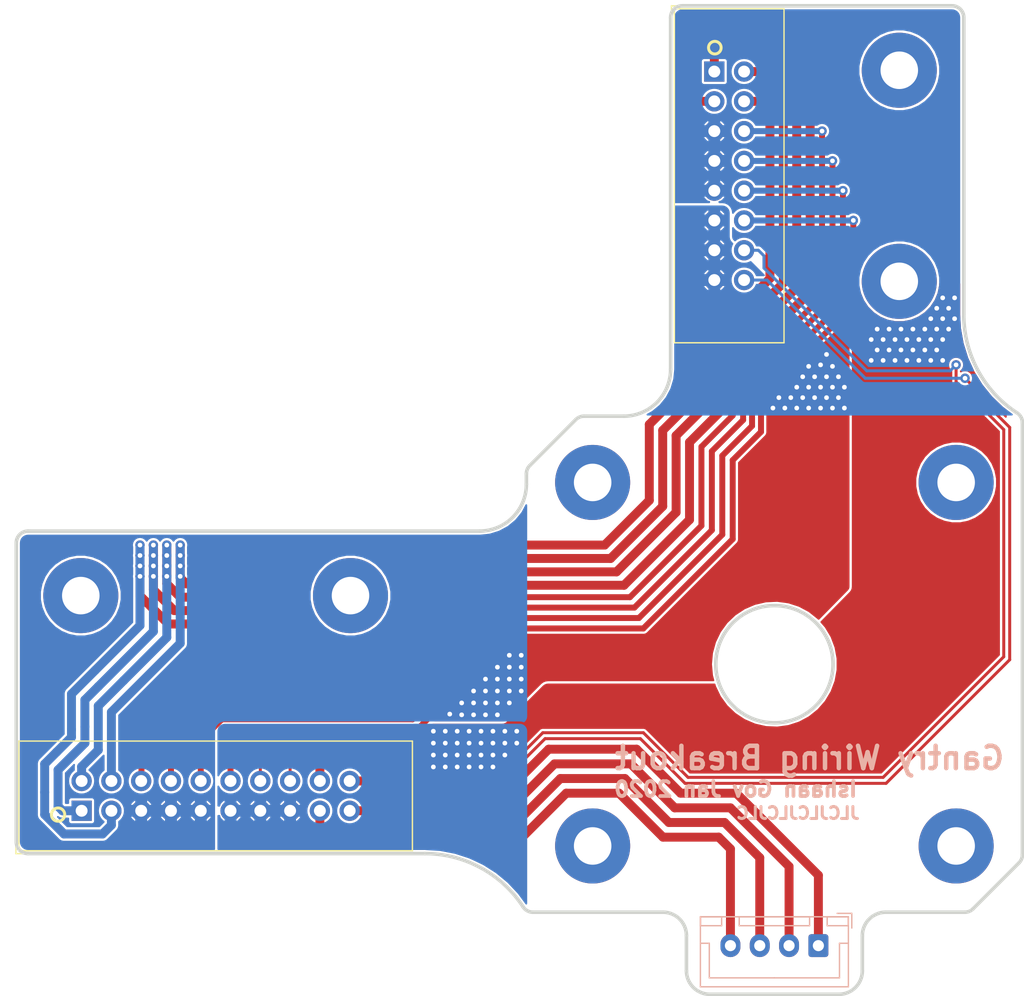
<source format=kicad_pcb>
(kicad_pcb (version 20171130) (host pcbnew "(5.1.4)-1")

  (general
    (thickness 1.6)
    (drawings 40)
    (tracks 369)
    (zones 0)
    (modules 11)
    (nets 17)
  )

  (page A4)
  (layers
    (0 F.Cu signal)
    (31 B.Cu signal)
    (32 B.Adhes user)
    (33 F.Adhes user)
    (34 B.Paste user)
    (35 F.Paste user)
    (36 B.SilkS user)
    (37 F.SilkS user)
    (38 B.Mask user)
    (39 F.Mask user)
    (40 Dwgs.User user)
    (41 Cmts.User user)
    (42 Eco1.User user)
    (43 Eco2.User user)
    (44 Edge.Cuts user)
    (45 Margin user)
    (46 B.CrtYd user)
    (47 F.CrtYd user)
    (48 B.Fab user)
    (49 F.Fab user)
  )

  (setup
    (last_trace_width 0.25)
    (user_trace_width 0.254)
    (user_trace_width 0.3048)
    (user_trace_width 0.381)
    (user_trace_width 0.4572)
    (user_trace_width 0.508)
    (user_trace_width 0.635)
    (user_trace_width 0.762)
    (user_trace_width 1.016)
    (user_trace_width 1.27)
    (trace_clearance 0.2)
    (zone_clearance 0.1524)
    (zone_45_only no)
    (trace_min 0.127)
    (via_size 0.8)
    (via_drill 0.4)
    (via_min_size 0.635)
    (via_min_drill 0.3)
    (uvia_size 0.3)
    (uvia_drill 0.1)
    (uvias_allowed no)
    (uvia_min_size 0.127)
    (uvia_min_drill 0.1)
    (edge_width 0.05)
    (segment_width 0.2)
    (pcb_text_width 0.3)
    (pcb_text_size 1.5 1.5)
    (mod_edge_width 0.12)
    (mod_text_size 1 1)
    (mod_text_width 0.15)
    (pad_size 1.524 1.524)
    (pad_drill 0.762)
    (pad_to_mask_clearance 0.0508)
    (solder_mask_min_width 0.0508)
    (aux_axis_origin 0 0)
    (grid_origin 150 100)
    (visible_elements 7FFFFFFF)
    (pcbplotparams
      (layerselection 0x010fc_ffffffff)
      (usegerberextensions false)
      (usegerberattributes false)
      (usegerberadvancedattributes false)
      (creategerberjobfile true)
      (excludeedgelayer true)
      (linewidth 0.100000)
      (plotframeref false)
      (viasonmask false)
      (mode 1)
      (useauxorigin false)
      (hpglpennumber 1)
      (hpglpenspeed 20)
      (hpglpendiameter 15.000000)
      (psnegative false)
      (psa4output false)
      (plotreference false)
      (plotvalue false)
      (plotinvisibletext false)
      (padsonsilk false)
      (subtractmaskfromsilk true)
      (outputformat 1)
      (mirror false)
      (drillshape 0)
      (scaleselection 1)
      (outputdirectory "Gantry Breakout Gerbers 3-27-1639/"))
  )

  (net 0 "")
  (net 1 /H-)
  (net 2 /H_Fan-)
  (net 3 /Print_Fan-)
  (net 4 /Endstop_B)
  (net 5 /Endstop_A)
  (net 6 /Therm_B)
  (net 7 /Therm_A)
  (net 8 /12V)
  (net 9 /X_2A)
  (net 10 /X_1A)
  (net 11 /X_2B)
  (net 12 /X_1B)
  (net 13 /Ext_1B)
  (net 14 /Ext_2B)
  (net 15 /Ext_1A)
  (net 16 /Ext_2A)

  (net_class Default "This is the default net class."
    (clearance 0.2)
    (trace_width 0.25)
    (via_dia 0.8)
    (via_drill 0.4)
    (uvia_dia 0.3)
    (uvia_drill 0.1)
    (add_net /12V)
    (add_net /Endstop_A)
    (add_net /Endstop_B)
    (add_net /Ext_1A)
    (add_net /Ext_1B)
    (add_net /Ext_2A)
    (add_net /Ext_2B)
    (add_net /H-)
    (add_net /H_Fan-)
    (add_net /Print_Fan-)
    (add_net /Therm_A)
    (add_net /Therm_B)
    (add_net /X_1A)
    (add_net /X_1B)
    (add_net /X_2A)
    (add_net /X_2B)
  )

  (module Connector_IDC:IDC-Header_2x10_P2.54mm_Vertical (layer F.Cu) (tedit 59DE0251) (tstamp 5E2E8103)
    (at 90.92 112.5 90)
    (descr "Through hole straight IDC box header, 2x10, 2.54mm pitch, double rows")
    (tags "Through hole IDC box header THT 2x10 2.54mm double row")
    (path /5E2E23ED)
    (fp_text reference J1 (at 1.27 -6.604 90) (layer F.SilkS) hide
      (effects (font (size 1 1) (thickness 0.15)))
    )
    (fp_text value Conn_02x10_Odd_Even (at 1.27 29.464 90) (layer F.Fab) hide
      (effects (font (size 1 1) (thickness 0.15)))
    )
    (fp_line (start -3.655 -5.6) (end -1.115 -5.6) (layer F.SilkS) (width 0.12))
    (fp_line (start -3.655 -5.6) (end -3.655 -3.06) (layer F.SilkS) (width 0.12))
    (fp_line (start -3.405 -5.35) (end 5.945 -5.35) (layer F.SilkS) (width 0.12))
    (fp_line (start -3.405 28.21) (end -3.405 -5.35) (layer F.SilkS) (width 0.12))
    (fp_line (start 5.945 28.21) (end -3.405 28.21) (layer F.SilkS) (width 0.12))
    (fp_line (start 5.945 -5.35) (end 5.945 28.21) (layer F.SilkS) (width 0.12))
    (fp_line (start -3.41 -5.35) (end 5.95 -5.35) (layer F.CrtYd) (width 0.05))
    (fp_line (start -3.41 28.21) (end -3.41 -5.35) (layer F.CrtYd) (width 0.05))
    (fp_line (start 5.95 28.21) (end -3.41 28.21) (layer F.CrtYd) (width 0.05))
    (fp_line (start 5.95 -5.35) (end 5.95 28.21) (layer F.CrtYd) (width 0.05))
    (fp_line (start -3.155 27.96) (end -2.605 27.4) (layer F.Fab) (width 0.1))
    (fp_line (start -3.155 -5.1) (end -2.605 -4.56) (layer F.Fab) (width 0.1))
    (fp_line (start 5.695 27.96) (end 5.145 27.4) (layer F.Fab) (width 0.1))
    (fp_line (start 5.695 -5.1) (end 5.145 -4.56) (layer F.Fab) (width 0.1))
    (fp_line (start 5.145 27.4) (end -2.605 27.4) (layer F.Fab) (width 0.1))
    (fp_line (start 5.695 27.96) (end -3.155 27.96) (layer F.Fab) (width 0.1))
    (fp_line (start 5.145 -4.56) (end -2.605 -4.56) (layer F.Fab) (width 0.1))
    (fp_line (start 5.695 -5.1) (end -3.155 -5.1) (layer F.Fab) (width 0.1))
    (fp_line (start -2.605 13.68) (end -3.155 13.68) (layer F.Fab) (width 0.1))
    (fp_line (start -2.605 9.18) (end -3.155 9.18) (layer F.Fab) (width 0.1))
    (fp_line (start -2.605 13.68) (end -2.605 27.4) (layer F.Fab) (width 0.1))
    (fp_line (start -2.605 -4.56) (end -2.605 9.18) (layer F.Fab) (width 0.1))
    (fp_line (start -3.155 -5.1) (end -3.155 27.96) (layer F.Fab) (width 0.1))
    (fp_line (start 5.145 -4.56) (end 5.145 27.4) (layer F.Fab) (width 0.1))
    (fp_line (start 5.695 -5.1) (end 5.695 27.96) (layer F.Fab) (width 0.1))
    (fp_text user %R (at 1.27 11.43 90) (layer F.Fab) hide
      (effects (font (size 1 1) (thickness 0.15)))
    )
    (pad 20 thru_hole oval (at 2.54 22.86 90) (size 1.7272 1.7272) (drill 1.016) (layers *.Cu *.Mask)
      (net 9 /X_2A))
    (pad 19 thru_hole oval (at 0 22.86 90) (size 1.7272 1.7272) (drill 1.016) (layers *.Cu *.Mask)
      (net 10 /X_1A))
    (pad 18 thru_hole oval (at 2.54 20.32 90) (size 1.7272 1.7272) (drill 1.016) (layers *.Cu *.Mask)
      (net 11 /X_2B))
    (pad 17 thru_hole oval (at 0 20.32 90) (size 1.7272 1.7272) (drill 1.016) (layers *.Cu *.Mask)
      (net 12 /X_1B))
    (pad 16 thru_hole oval (at 2.54 17.78 90) (size 1.7272 1.7272) (drill 1.016) (layers *.Cu *.Mask)
      (net 4 /Endstop_B))
    (pad 15 thru_hole oval (at 0 17.78 90) (size 1.7272 1.7272) (drill 1.016) (layers *.Cu *.Mask)
      (net 1 /H-))
    (pad 14 thru_hole oval (at 2.54 15.24 90) (size 1.7272 1.7272) (drill 1.016) (layers *.Cu *.Mask)
      (net 5 /Endstop_A))
    (pad 13 thru_hole oval (at 0 15.24 90) (size 1.7272 1.7272) (drill 1.016) (layers *.Cu *.Mask)
      (net 1 /H-))
    (pad 12 thru_hole oval (at 2.54 12.7 90) (size 1.7272 1.7272) (drill 1.016) (layers *.Cu *.Mask)
      (net 6 /Therm_B))
    (pad 11 thru_hole oval (at 0 12.7 90) (size 1.7272 1.7272) (drill 1.016) (layers *.Cu *.Mask)
      (net 1 /H-))
    (pad 10 thru_hole oval (at 2.54 10.16 90) (size 1.7272 1.7272) (drill 1.016) (layers *.Cu *.Mask)
      (net 7 /Therm_A))
    (pad 9 thru_hole oval (at 0 10.16 90) (size 1.7272 1.7272) (drill 1.016) (layers *.Cu *.Mask)
      (net 8 /12V))
    (pad 8 thru_hole oval (at 2.54 7.62 90) (size 1.7272 1.7272) (drill 1.016) (layers *.Cu *.Mask)
      (net 2 /H_Fan-))
    (pad 7 thru_hole oval (at 0 7.62 90) (size 1.7272 1.7272) (drill 1.016) (layers *.Cu *.Mask)
      (net 8 /12V))
    (pad 6 thru_hole oval (at 2.54 5.08 90) (size 1.7272 1.7272) (drill 1.016) (layers *.Cu *.Mask)
      (net 3 /Print_Fan-))
    (pad 5 thru_hole oval (at 0 5.08 90) (size 1.7272 1.7272) (drill 1.016) (layers *.Cu *.Mask)
      (net 8 /12V))
    (pad 4 thru_hole oval (at 2.54 2.54 90) (size 1.7272 1.7272) (drill 1.016) (layers *.Cu *.Mask)
      (net 13 /Ext_1B))
    (pad 3 thru_hole oval (at 0 2.54 90) (size 1.7272 1.7272) (drill 1.016) (layers *.Cu *.Mask)
      (net 14 /Ext_2B))
    (pad 2 thru_hole oval (at 2.54 0 90) (size 1.7272 1.7272) (drill 1.016) (layers *.Cu *.Mask)
      (net 15 /Ext_1A))
    (pad 1 thru_hole rect (at 0 0 90) (size 1.7272 1.7272) (drill 1.016) (layers *.Cu *.Mask)
      (net 16 /Ext_2A))
    (model ${KISYS3DMOD}/Connector_IDC.3dshapes/IDC-Header_2x10_P2.54mm_Vertical.wrl
      (at (xyz 0 0 0))
      (scale (xyz 1 1 1))
      (rotate (xyz 0 0 0))
    )
  )

  (module Connector_IDC:IDC-Header_2x08_P2.54mm_Vertical (layer F.Cu) (tedit 59DE0341) (tstamp 5E2EAD5F)
    (at 144.875 49.46)
    (descr "Through hole straight IDC box header, 2x08, 2.54mm pitch, double rows")
    (tags "Through hole IDC box header THT 2x08 2.54mm double row")
    (path /5E315822)
    (fp_text reference J3 (at 1.27 -6.604) (layer F.SilkS) hide
      (effects (font (size 1 1) (thickness 0.15)))
    )
    (fp_text value Conn_02x08_Odd_Even (at 1.27 24.384) (layer F.Fab) hide
      (effects (font (size 1 1) (thickness 0.15)))
    )
    (fp_line (start -3.655 -5.6) (end -1.115 -5.6) (layer F.SilkS) (width 0.12))
    (fp_line (start -3.655 -5.6) (end -3.655 -3.06) (layer F.SilkS) (width 0.12))
    (fp_line (start -3.405 -5.35) (end 5.945 -5.35) (layer F.SilkS) (width 0.12))
    (fp_line (start -3.405 23.13) (end -3.405 -5.35) (layer F.SilkS) (width 0.12))
    (fp_line (start 5.945 23.13) (end -3.405 23.13) (layer F.SilkS) (width 0.12))
    (fp_line (start 5.945 -5.35) (end 5.945 23.13) (layer F.SilkS) (width 0.12))
    (fp_line (start -3.41 -5.35) (end 5.95 -5.35) (layer F.CrtYd) (width 0.05))
    (fp_line (start -3.41 23.13) (end -3.41 -5.35) (layer F.CrtYd) (width 0.05))
    (fp_line (start 5.95 23.13) (end -3.41 23.13) (layer F.CrtYd) (width 0.05))
    (fp_line (start 5.95 -5.35) (end 5.95 23.13) (layer F.CrtYd) (width 0.05))
    (fp_line (start -3.155 22.88) (end -2.605 22.32) (layer F.Fab) (width 0.1))
    (fp_line (start -3.155 -5.1) (end -2.605 -4.56) (layer F.Fab) (width 0.1))
    (fp_line (start 5.695 22.88) (end 5.145 22.32) (layer F.Fab) (width 0.1))
    (fp_line (start 5.695 -5.1) (end 5.145 -4.56) (layer F.Fab) (width 0.1))
    (fp_line (start 5.145 22.32) (end -2.605 22.32) (layer F.Fab) (width 0.1))
    (fp_line (start 5.695 22.88) (end -3.155 22.88) (layer F.Fab) (width 0.1))
    (fp_line (start 5.145 -4.56) (end -2.605 -4.56) (layer F.Fab) (width 0.1))
    (fp_line (start 5.695 -5.1) (end -3.155 -5.1) (layer F.Fab) (width 0.1))
    (fp_line (start -2.605 11.14) (end -3.155 11.14) (layer F.Fab) (width 0.1))
    (fp_line (start -2.605 6.64) (end -3.155 6.64) (layer F.Fab) (width 0.1))
    (fp_line (start -2.605 11.14) (end -2.605 22.32) (layer F.Fab) (width 0.1))
    (fp_line (start -2.605 -4.56) (end -2.605 6.64) (layer F.Fab) (width 0.1))
    (fp_line (start -3.155 -5.1) (end -3.155 22.88) (layer F.Fab) (width 0.1))
    (fp_line (start 5.145 -4.56) (end 5.145 22.32) (layer F.Fab) (width 0.1))
    (fp_line (start 5.695 -5.1) (end 5.695 22.88) (layer F.Fab) (width 0.1))
    (fp_text user %R (at 1.27 8.89) (layer F.Fab) hide
      (effects (font (size 1 1) (thickness 0.15)))
    )
    (pad 16 thru_hole oval (at 2.54 17.78) (size 1.7272 1.7272) (drill 1.016) (layers *.Cu *.Mask)
      (net 4 /Endstop_B))
    (pad 15 thru_hole oval (at 0 17.78) (size 1.7272 1.7272) (drill 1.016) (layers *.Cu *.Mask)
      (net 8 /12V))
    (pad 14 thru_hole oval (at 2.54 15.24) (size 1.7272 1.7272) (drill 1.016) (layers *.Cu *.Mask)
      (net 5 /Endstop_A))
    (pad 13 thru_hole oval (at 0 15.24) (size 1.7272 1.7272) (drill 1.016) (layers *.Cu *.Mask)
      (net 8 /12V))
    (pad 12 thru_hole oval (at 2.54 12.7) (size 1.7272 1.7272) (drill 1.016) (layers *.Cu *.Mask)
      (net 6 /Therm_B))
    (pad 11 thru_hole oval (at 0 12.7) (size 1.7272 1.7272) (drill 1.016) (layers *.Cu *.Mask)
      (net 8 /12V))
    (pad 10 thru_hole oval (at 2.54 10.16) (size 1.7272 1.7272) (drill 1.016) (layers *.Cu *.Mask)
      (net 7 /Therm_A))
    (pad 9 thru_hole oval (at 0 10.16) (size 1.7272 1.7272) (drill 1.016) (layers *.Cu *.Mask)
      (net 1 /H-))
    (pad 8 thru_hole oval (at 2.54 7.62) (size 1.7272 1.7272) (drill 1.016) (layers *.Cu *.Mask)
      (net 2 /H_Fan-))
    (pad 7 thru_hole oval (at 0 7.62) (size 1.7272 1.7272) (drill 1.016) (layers *.Cu *.Mask)
      (net 1 /H-))
    (pad 6 thru_hole oval (at 2.54 5.08) (size 1.7272 1.7272) (drill 1.016) (layers *.Cu *.Mask)
      (net 3 /Print_Fan-))
    (pad 5 thru_hole oval (at 0 5.08) (size 1.7272 1.7272) (drill 1.016) (layers *.Cu *.Mask)
      (net 1 /H-))
    (pad 4 thru_hole oval (at 2.54 2.54) (size 1.7272 1.7272) (drill 1.016) (layers *.Cu *.Mask)
      (net 13 /Ext_1B))
    (pad 3 thru_hole oval (at 0 2.54) (size 1.7272 1.7272) (drill 1.016) (layers *.Cu *.Mask)
      (net 14 /Ext_2B))
    (pad 2 thru_hole oval (at 2.54 0) (size 1.7272 1.7272) (drill 1.016) (layers *.Cu *.Mask)
      (net 15 /Ext_1A))
    (pad 1 thru_hole rect (at 0 0) (size 1.7272 1.7272) (drill 1.016) (layers *.Cu *.Mask)
      (net 16 /Ext_2A))
    (model ${KISYS3DMOD}/Connector_IDC.3dshapes/IDC-Header_2x08_P2.54mm_Vertical.wrl
      (at (xyz 0 0 0))
      (scale (xyz 1 1 1))
      (rotate (xyz 0 0 0))
    )
  )

  (module Connector_JST:JST_XH_B4B-XH-A_1x04_P2.50mm_Vertical (layer B.Cu) (tedit 5C28146C) (tstamp 5E2E79B3)
    (at 153.75 124 180)
    (descr "JST XH series connector, B4B-XH-A (http://www.jst-mfg.com/product/pdf/eng/eXH.pdf), generated with kicad-footprint-generator")
    (tags "connector JST XH vertical")
    (path /5E2F9A86)
    (fp_text reference J2 (at 3.75 3.55) (layer B.SilkS) hide
      (effects (font (size 1 1) (thickness 0.15)) (justify mirror))
    )
    (fp_text value Conn_01x04 (at 3.75 -4.6) (layer B.Fab) hide
      (effects (font (size 1 1) (thickness 0.15)) (justify mirror))
    )
    (fp_text user %R (at 3.75 -2.7) (layer B.Fab) hide
      (effects (font (size 1 1) (thickness 0.15)) (justify mirror))
    )
    (fp_line (start -2.85 2.75) (end -2.85 1.5) (layer B.SilkS) (width 0.12))
    (fp_line (start -1.6 2.75) (end -2.85 2.75) (layer B.SilkS) (width 0.12))
    (fp_line (start 9.3 -2.75) (end 3.75 -2.75) (layer B.SilkS) (width 0.12))
    (fp_line (start 9.3 0.2) (end 9.3 -2.75) (layer B.SilkS) (width 0.12))
    (fp_line (start 10.05 0.2) (end 9.3 0.2) (layer B.SilkS) (width 0.12))
    (fp_line (start -1.8 -2.75) (end 3.75 -2.75) (layer B.SilkS) (width 0.12))
    (fp_line (start -1.8 0.2) (end -1.8 -2.75) (layer B.SilkS) (width 0.12))
    (fp_line (start -2.55 0.2) (end -1.8 0.2) (layer B.SilkS) (width 0.12))
    (fp_line (start 10.05 2.45) (end 8.25 2.45) (layer B.SilkS) (width 0.12))
    (fp_line (start 10.05 1.7) (end 10.05 2.45) (layer B.SilkS) (width 0.12))
    (fp_line (start 8.25 1.7) (end 10.05 1.7) (layer B.SilkS) (width 0.12))
    (fp_line (start 8.25 2.45) (end 8.25 1.7) (layer B.SilkS) (width 0.12))
    (fp_line (start -0.75 2.45) (end -2.55 2.45) (layer B.SilkS) (width 0.12))
    (fp_line (start -0.75 1.7) (end -0.75 2.45) (layer B.SilkS) (width 0.12))
    (fp_line (start -2.55 1.7) (end -0.75 1.7) (layer B.SilkS) (width 0.12))
    (fp_line (start -2.55 2.45) (end -2.55 1.7) (layer B.SilkS) (width 0.12))
    (fp_line (start 6.75 2.45) (end 0.75 2.45) (layer B.SilkS) (width 0.12))
    (fp_line (start 6.75 1.7) (end 6.75 2.45) (layer B.SilkS) (width 0.12))
    (fp_line (start 0.75 1.7) (end 6.75 1.7) (layer B.SilkS) (width 0.12))
    (fp_line (start 0.75 2.45) (end 0.75 1.7) (layer B.SilkS) (width 0.12))
    (fp_line (start 0 1.35) (end 0.625 2.35) (layer B.Fab) (width 0.1))
    (fp_line (start -0.625 2.35) (end 0 1.35) (layer B.Fab) (width 0.1))
    (fp_line (start 10.45 2.85) (end -2.95 2.85) (layer B.CrtYd) (width 0.05))
    (fp_line (start 10.45 -3.9) (end 10.45 2.85) (layer B.CrtYd) (width 0.05))
    (fp_line (start -2.95 -3.9) (end 10.45 -3.9) (layer B.CrtYd) (width 0.05))
    (fp_line (start -2.95 2.85) (end -2.95 -3.9) (layer B.CrtYd) (width 0.05))
    (fp_line (start 10.06 2.46) (end -2.56 2.46) (layer B.SilkS) (width 0.12))
    (fp_line (start 10.06 -3.51) (end 10.06 2.46) (layer B.SilkS) (width 0.12))
    (fp_line (start -2.56 -3.51) (end 10.06 -3.51) (layer B.SilkS) (width 0.12))
    (fp_line (start -2.56 2.46) (end -2.56 -3.51) (layer B.SilkS) (width 0.12))
    (fp_line (start 9.95 2.35) (end -2.45 2.35) (layer B.Fab) (width 0.1))
    (fp_line (start 9.95 -3.4) (end 9.95 2.35) (layer B.Fab) (width 0.1))
    (fp_line (start -2.45 -3.4) (end 9.95 -3.4) (layer B.Fab) (width 0.1))
    (fp_line (start -2.45 2.35) (end -2.45 -3.4) (layer B.Fab) (width 0.1))
    (pad 4 thru_hole oval (at 7.5 0 180) (size 1.7 1.95) (drill 0.95) (layers *.Cu *.Mask)
      (net 12 /X_1B))
    (pad 3 thru_hole oval (at 5 0 180) (size 1.7 1.95) (drill 0.95) (layers *.Cu *.Mask)
      (net 10 /X_1A))
    (pad 2 thru_hole oval (at 2.5 0 180) (size 1.7 1.95) (drill 0.95) (layers *.Cu *.Mask)
      (net 9 /X_2A))
    (pad 1 thru_hole roundrect (at 0 0 180) (size 1.7 1.95) (drill 0.95) (layers *.Cu *.Mask) (roundrect_rratio 0.147059)
      (net 11 /X_2B))
    (model ${KISYS3DMOD}/Connector_JST.3dshapes/JST_XH_B4B-XH-A_1x04_P2.50mm_Vertical.wrl
      (at (xyz 0 0 0))
      (scale (xyz 1 1 1))
      (rotate (xyz 0 0 0))
    )
  )

  (module MountingHole:MountingHole_3.2mm_M3_Pad (layer F.Cu) (tedit 56D1B4CB) (tstamp 5E2E7956)
    (at 134.5 84.5)
    (descr "Mounting Hole 3.2mm, M3")
    (tags "mounting hole 3.2mm m3")
    (path /5E2F3104)
    (attr virtual)
    (fp_text reference H8 (at 0 -4.2) (layer F.SilkS) hide
      (effects (font (size 1 1) (thickness 0.15)))
    )
    (fp_text value MountingHole (at 0 4.2) (layer F.Fab) hide
      (effects (font (size 1 1) (thickness 0.15)))
    )
    (fp_circle (center 0 0) (end 3.45 0) (layer F.CrtYd) (width 0.05))
    (fp_circle (center 0 0) (end 3.2 0) (layer Cmts.User) (width 0.15))
    (fp_text user %R (at 0.3 0) (layer F.Fab) hide
      (effects (font (size 1 1) (thickness 0.15)))
    )
    (pad 1 thru_hole circle (at 0 0) (size 6.4 6.4) (drill 3.2) (layers *.Cu *.Mask))
  )

  (module MountingHole:MountingHole_3.2mm_M3_Pad (layer F.Cu) (tedit 56D1B4CB) (tstamp 5E2E794E)
    (at 113.85 94.15)
    (descr "Mounting Hole 3.2mm, M3")
    (tags "mounting hole 3.2mm m3")
    (path /5E2F30FE)
    (attr virtual)
    (fp_text reference H7 (at 0 -4.2) (layer F.SilkS) hide
      (effects (font (size 1 1) (thickness 0.15)))
    )
    (fp_text value MountingHole (at 0 4.2) (layer F.Fab) hide
      (effects (font (size 1 1) (thickness 0.15)))
    )
    (fp_circle (center 0 0) (end 3.45 0) (layer F.CrtYd) (width 0.05))
    (fp_circle (center 0 0) (end 3.2 0) (layer Cmts.User) (width 0.15))
    (fp_text user %R (at 0.3 0) (layer F.Fab) hide
      (effects (font (size 1 1) (thickness 0.15)))
    )
    (pad 1 thru_hole circle (at 0 0) (size 6.4 6.4) (drill 3.2) (layers *.Cu *.Mask))
  )

  (module MountingHole:MountingHole_3.2mm_M3_Pad (layer F.Cu) (tedit 56D1B4CB) (tstamp 5E2E7946)
    (at 90.85 94.15)
    (descr "Mounting Hole 3.2mm, M3")
    (tags "mounting hole 3.2mm m3")
    (path /5E2F30F8)
    (attr virtual)
    (fp_text reference H6 (at 0 -4.2) (layer F.SilkS) hide
      (effects (font (size 1 1) (thickness 0.15)))
    )
    (fp_text value MountingHole (at 0 4.2) (layer F.Fab) hide
      (effects (font (size 1 1) (thickness 0.15)))
    )
    (fp_circle (center 0 0) (end 3.45 0) (layer F.CrtYd) (width 0.05))
    (fp_circle (center 0 0) (end 3.2 0) (layer Cmts.User) (width 0.15))
    (fp_text user %R (at 0.3 0) (layer F.Fab) hide
      (effects (font (size 1 1) (thickness 0.15)))
    )
    (pad 1 thru_hole circle (at 0 0) (size 6.4 6.4) (drill 3.2) (layers *.Cu *.Mask))
  )

  (module MountingHole:MountingHole_3.2mm_M3_Pad (layer F.Cu) (tedit 56D1B4CB) (tstamp 5E2E793E)
    (at 165.5 115.5)
    (descr "Mounting Hole 3.2mm, M3")
    (tags "mounting hole 3.2mm m3")
    (path /5E2F30F2)
    (attr virtual)
    (fp_text reference H5 (at 0 -4.2) (layer F.SilkS) hide
      (effects (font (size 1 1) (thickness 0.15)))
    )
    (fp_text value MountingHole (at 0 4.2) (layer F.Fab) hide
      (effects (font (size 1 1) (thickness 0.15)))
    )
    (fp_circle (center 0 0) (end 3.45 0) (layer F.CrtYd) (width 0.05))
    (fp_circle (center 0 0) (end 3.2 0) (layer Cmts.User) (width 0.15))
    (fp_text user %R (at 0.3 0) (layer F.Fab) hide
      (effects (font (size 1 1) (thickness 0.15)))
    )
    (pad 1 thru_hole circle (at 0 0) (size 6.4 6.4) (drill 3.2) (layers *.Cu *.Mask))
  )

  (module MountingHole:MountingHole_3.2mm_M3_Pad (layer F.Cu) (tedit 56D1B4CB) (tstamp 5E2E7936)
    (at 165.5 84.5)
    (descr "Mounting Hole 3.2mm, M3")
    (tags "mounting hole 3.2mm m3")
    (path /5E2F1FC8)
    (attr virtual)
    (fp_text reference H4 (at 0 -4.2) (layer F.SilkS) hide
      (effects (font (size 1 1) (thickness 0.15)))
    )
    (fp_text value MountingHole (at 0 4.2) (layer F.Fab) hide
      (effects (font (size 1 1) (thickness 0.15)))
    )
    (fp_circle (center 0 0) (end 3.45 0) (layer F.CrtYd) (width 0.05))
    (fp_circle (center 0 0) (end 3.2 0) (layer Cmts.User) (width 0.15))
    (fp_text user %R (at 0.3 0) (layer F.Fab) hide
      (effects (font (size 1 1) (thickness 0.15)))
    )
    (pad 1 thru_hole circle (at 0 0) (size 6.4 6.4) (drill 3.2) (layers *.Cu *.Mask))
  )

  (module MountingHole:MountingHole_3.2mm_M3_Pad (layer F.Cu) (tedit 56D1B4CB) (tstamp 5E2E792E)
    (at 134.5 115.5)
    (descr "Mounting Hole 3.2mm, M3")
    (tags "mounting hole 3.2mm m3")
    (path /5E2F1E46)
    (attr virtual)
    (fp_text reference H3 (at 0 -4.2) (layer F.SilkS) hide
      (effects (font (size 1 1) (thickness 0.15)))
    )
    (fp_text value MountingHole (at 0 4.2) (layer F.Fab) hide
      (effects (font (size 1 1) (thickness 0.15)))
    )
    (fp_circle (center 0 0) (end 3.45 0) (layer F.CrtYd) (width 0.05))
    (fp_circle (center 0 0) (end 3.2 0) (layer Cmts.User) (width 0.15))
    (fp_text user %R (at 0.3 0) (layer F.Fab) hide
      (effects (font (size 1 1) (thickness 0.15)))
    )
    (pad 1 thru_hole circle (at 0 0) (size 6.4 6.4) (drill 3.2) (layers *.Cu *.Mask))
  )

  (module MountingHole:MountingHole_3.2mm_M3_Pad (layer F.Cu) (tedit 56D1B4CB) (tstamp 5E2E7926)
    (at 160.65 67.35)
    (descr "Mounting Hole 3.2mm, M3")
    (tags "mounting hole 3.2mm m3")
    (path /5E2F1C9E)
    (attr virtual)
    (fp_text reference H2 (at 0 -4.2) (layer F.SilkS) hide
      (effects (font (size 1 1) (thickness 0.15)))
    )
    (fp_text value MountingHole (at 0 4.2) (layer F.Fab) hide
      (effects (font (size 1 1) (thickness 0.15)))
    )
    (fp_circle (center 0 0) (end 3.45 0) (layer F.CrtYd) (width 0.05))
    (fp_circle (center 0 0) (end 3.2 0) (layer Cmts.User) (width 0.15))
    (fp_text user %R (at 0.3 0) (layer F.Fab) hide
      (effects (font (size 1 1) (thickness 0.15)))
    )
    (pad 1 thru_hole circle (at 0 0) (size 6.4 6.4) (drill 3.2) (layers *.Cu *.Mask))
  )

  (module MountingHole:MountingHole_3.2mm_M3_Pad (layer F.Cu) (tedit 56D1B4CB) (tstamp 5E2E791E)
    (at 160.65 49.35)
    (descr "Mounting Hole 3.2mm, M3")
    (tags "mounting hole 3.2mm m3")
    (path /5E2F18FE)
    (attr virtual)
    (fp_text reference H1 (at 0 -4.2) (layer F.SilkS) hide
      (effects (font (size 1 1) (thickness 0.15)))
    )
    (fp_text value MountingHole (at 0 4.2) (layer F.Fab) hide
      (effects (font (size 1 1) (thickness 0.15)))
    )
    (fp_circle (center 0 0) (end 3.45 0) (layer F.CrtYd) (width 0.05))
    (fp_circle (center 0 0) (end 3.2 0) (layer Cmts.User) (width 0.15))
    (fp_text user %R (at 0.3 0) (layer F.Fab) hide
      (effects (font (size 1 1) (thickness 0.15)))
    )
    (pad 1 thru_hole circle (at 0 0) (size 6.4 6.4) (drill 3.2) (layers *.Cu *.Mask))
  )

  (gr_text JLCJLCJLCJLC (at 152 112.7) (layer B.SilkS)
    (effects (font (size 1.016 1.016) (thickness 0.254)) (justify mirror))
  )
  (gr_text "Ishaan Gov Jan 2020" (at 146.698 110.668) (layer B.SilkS) (tstamp 5E2F2C57)
    (effects (font (size 1.27 1.27) (thickness 0.3175)) (justify mirror))
  )
  (gr_text "Gantry Wiring Breakout" (at 153 108) (layer B.SilkS)
    (effects (font (size 1.905 1.905) (thickness 0.381)) (justify mirror))
  )
  (gr_arc (start 159.5 123.15) (end 159.5 121.15) (angle -90) (layer Edge.Cuts) (width 0.304799))
  (gr_line (start 129.409291 121.149999) (end 140.500001 121.15) (layer Edge.Cuts) (width 0.304799))
  (gr_line (start 165.149999 43.85) (end 142.15 43.85) (layer Edge.Cuts) (width 0.304799))
  (gr_line (start 144.500001 128.15) (end 155.499999 128.15) (layer Edge.Cuts) (width 0.304799))
  (gr_line (start 124.85 88.65) (end 86.35 88.65) (layer Edge.Cuts) (width 0.304799))
  (gr_line (start 128.85 83.764213) (end 128.85 84.65) (layer Edge.Cuts) (width 0.304799))
  (gr_arc (start 170.15 79.409291) (end 171.15 79.409291) (angle -56.94426885) (layer Edge.Cuts) (width 0.304799))
  (gr_arc (start 129.85 83.764214) (end 129.142894 83.057107) (angle -45) (layer Edge.Cuts) (width 0.304799))
  (gr_arc (start 137.150001 74.850001) (end 137.150001 78.85) (angle -90) (layer Edge.Cuts) (width 0.304799))
  (gr_arc (start 140.500001 123.15) (end 142.500001 123.15) (angle -90) (layer Edge.Cuts) (width 0.304799))
  (gr_line (start 85.35 89.65) (end 85.35 115.149999) (layer Edge.Cuts) (width 0.304799))
  (gr_arc (start 165.149999 44.85) (end 166.149999 44.85) (angle -90) (layer Edge.Cuts) (width 0.304799))
  (gr_arc (start 144.500001 126.15) (end 142.500001 126.15) (angle -90) (layer Edge.Cuts) (width 0.304799))
  (gr_arc (start 124.85 84.65) (end 124.85 88.65) (angle -90) (layer Edge.Cuts) (width 0.304799))
  (gr_line (start 159.5 121.15) (end 166.235786 121.15) (layer Edge.Cuts) (width 0.304799))
  (gr_line (start 171.15 116.235787) (end 171.15 79.409291) (layer Edge.Cuts) (width 0.304799))
  (gr_line (start 142.500001 123.15) (end 142.500001 126.15) (layer Edge.Cuts) (width 0.304799))
  (gr_arc (start 86.35 115.149999) (end 85.35 115.149999) (angle -90) (layer Edge.Cuts) (width 0.304799))
  (gr_arc (start 166.235786 120.149999) (end 166.235786 121.15) (angle -45) (layer Edge.Cuts) (width 0.304799))
  (gr_arc (start 120.189746 126.15) (end 128.571151 120.695454) (angle -56.94426919) (layer Edge.Cuts) (width 0.304799))
  (gr_line (start 166.15 70.189746) (end 166.149999 44.85) (layer Edge.Cuts) (width 0.304799))
  (gr_circle (center 150 100) (end 155 100) (layer Edge.Cuts) (width 0.304799))
  (gr_line (start 157.499999 126.15) (end 157.5 123.15) (layer Edge.Cuts) (width 0.304799))
  (gr_arc (start 129.409291 120.15) (end 128.571151 120.695454) (angle -56.94426885) (layer Edge.Cuts) (width 0.304799))
  (gr_line (start 86.35 116.149999) (end 120.189746 116.149999) (layer Edge.Cuts) (width 0.304799))
  (gr_arc (start 155.499999 126.15) (end 155.499999 128.15) (angle -90) (layer Edge.Cuts) (width 0.304799))
  (gr_line (start 137.150001 78.85) (end 133.764214 78.85) (layer Edge.Cuts) (width 0.304799))
  (gr_arc (start 133.764214 79.85) (end 133.764214 78.85) (angle -45) (layer Edge.Cuts) (width 0.304799))
  (gr_arc (start 142.150001 44.85) (end 142.15 43.85) (angle -90) (layer Edge.Cuts) (width 0.304799))
  (gr_line (start 166.942893 120.857106) (end 170.857106 116.942893) (layer Edge.Cuts) (width 0.304799))
  (gr_arc (start 170.15 116.235786) (end 170.857106 116.942893) (angle -45) (layer Edge.Cuts) (width 0.304799))
  (gr_arc (start 86.35 89.65) (end 86.35 88.65) (angle -90) (layer Edge.Cuts) (width 0.304799))
  (gr_line (start 141.150001 44.850001) (end 141.15 74.850001) (layer Edge.Cuts) (width 0.304799))
  (gr_line (start 133.057107 79.142893) (end 129.142894 83.057107) (layer Edge.Cuts) (width 0.304799))
  (gr_arc (start 176.15 70.189746) (end 166.15 70.189746) (angle -56.94427399) (layer Edge.Cuts) (width 0.304799))
  (gr_circle (center 144.92 47.422) (end 145.458815 47.422) (layer F.SilkS) (width 0.254))
  (gr_circle (center 88.913 112.827) (end 89.480961 112.827) (layer F.SilkS) (width 0.254))

  (via (at 128.029 106.731) (size 0.8) (drill 0.4) (layers F.Cu B.Cu) (net 1) (tstamp 5E2E7328))
  (via (at 128.029 105.715) (size 0.8) (drill 0.4) (layers F.Cu B.Cu) (net 1))
  (via (at 127.013 105.715) (size 0.8) (drill 0.4) (layers F.Cu B.Cu) (net 1))
  (via (at 125.997 105.715) (size 0.8) (drill 0.4) (layers F.Cu B.Cu) (net 1))
  (via (at 124.981 105.715) (size 0.8) (drill 0.4) (layers F.Cu B.Cu) (net 1))
  (via (at 123.965 105.715) (size 0.8) (drill 0.4) (layers F.Cu B.Cu) (net 1))
  (via (at 122.949 105.715) (size 0.8) (drill 0.4) (layers F.Cu B.Cu) (net 1))
  (via (at 121.933 105.715) (size 0.8) (drill 0.4) (layers F.Cu B.Cu) (net 1))
  (via (at 120.917 105.715) (size 0.8) (drill 0.4) (layers F.Cu B.Cu) (net 1))
  (via (at 120.917 106.731) (size 0.8) (drill 0.4) (layers F.Cu B.Cu) (net 1))
  (via (at 121.933 106.731) (size 0.8) (drill 0.4) (layers F.Cu B.Cu) (net 1))
  (via (at 122.949 106.731) (size 0.8) (drill 0.4) (layers F.Cu B.Cu) (net 1))
  (via (at 123.965 106.731) (size 0.8) (drill 0.4) (layers F.Cu B.Cu) (net 1))
  (via (at 124.981 106.731) (size 0.8) (drill 0.4) (layers F.Cu B.Cu) (net 1))
  (via (at 125.997 106.731) (size 0.8) (drill 0.4) (layers F.Cu B.Cu) (net 1))
  (via (at 127.013 106.731) (size 0.8) (drill 0.4) (layers F.Cu B.Cu) (net 1))
  (via (at 127.013 107.747) (size 0.8) (drill 0.4) (layers F.Cu B.Cu) (net 1))
  (via (at 125.997 107.747) (size 0.8) (drill 0.4) (layers F.Cu B.Cu) (net 1))
  (via (at 124.981 107.747) (size 0.8) (drill 0.4) (layers F.Cu B.Cu) (net 1))
  (via (at 123.965 107.747) (size 0.8) (drill 0.4) (layers F.Cu B.Cu) (net 1))
  (via (at 122.949 107.747) (size 0.8) (drill 0.4) (layers F.Cu B.Cu) (net 1))
  (via (at 121.933 107.747) (size 0.8) (drill 0.4) (layers F.Cu B.Cu) (net 1))
  (via (at 120.917 107.747) (size 0.8) (drill 0.4) (layers F.Cu B.Cu) (net 1))
  (via (at 120.917 108.763) (size 0.8) (drill 0.4) (layers F.Cu B.Cu) (net 1))
  (via (at 121.933 108.763) (size 0.8) (drill 0.4) (layers F.Cu B.Cu) (net 1))
  (via (at 122.949 108.763) (size 0.8) (drill 0.4) (layers F.Cu B.Cu) (net 1))
  (via (at 123.965 108.763) (size 0.8) (drill 0.4) (layers F.Cu B.Cu) (net 1))
  (via (at 124.981 108.763) (size 0.8) (drill 0.4) (layers F.Cu B.Cu) (net 1))
  (via (at 125.997 108.763) (size 0.8) (drill 0.4) (layers F.Cu B.Cu) (net 1))
  (via (at 164.351 74.092) (size 0.8) (drill 0.4) (layers F.Cu B.Cu) (net 1))
  (via (at 163.335 74.092) (size 0.8) (drill 0.4) (layers F.Cu B.Cu) (net 1))
  (via (at 162.319 74.092) (size 0.8) (drill 0.4) (layers F.Cu B.Cu) (net 1))
  (via (at 161.303 74.092) (size 0.8) (drill 0.4) (layers F.Cu B.Cu) (net 1))
  (via (at 160.287 74.092) (size 0.8) (drill 0.4) (layers F.Cu B.Cu) (net 1))
  (via (at 159.271 74.092) (size 0.8) (drill 0.4) (layers F.Cu B.Cu) (net 1))
  (via (at 158.255 74.092) (size 0.8) (drill 0.4) (layers F.Cu B.Cu) (net 1))
  (via (at 158.763 73.203) (size 0.8) (drill 0.4) (layers F.Cu B.Cu) (net 1))
  (via (at 159.779 73.203) (size 0.8) (drill 0.4) (layers F.Cu B.Cu) (net 1))
  (via (at 160.795 73.203) (size 0.8) (drill 0.4) (layers F.Cu B.Cu) (net 1))
  (via (at 161.811 73.203) (size 0.8) (drill 0.4) (layers F.Cu B.Cu) (net 1))
  (via (at 162.827 73.203) (size 0.8) (drill 0.4) (layers F.Cu B.Cu) (net 1))
  (via (at 163.843 73.203) (size 0.8) (drill 0.4) (layers F.Cu B.Cu) (net 1))
  (via (at 164.351 72.314) (size 0.8) (drill 0.4) (layers F.Cu B.Cu) (net 1))
  (via (at 163.335 72.314) (size 0.8) (drill 0.4) (layers F.Cu B.Cu) (net 1))
  (via (at 162.319 72.314) (size 0.8) (drill 0.4) (layers F.Cu B.Cu) (net 1))
  (via (at 161.303 72.314) (size 0.8) (drill 0.4) (layers F.Cu B.Cu) (net 1))
  (via (at 160.287 72.314) (size 0.8) (drill 0.4) (layers F.Cu B.Cu) (net 1))
  (via (at 159.271 72.314) (size 0.8) (drill 0.4) (layers F.Cu B.Cu) (net 1))
  (via (at 158.255 72.314) (size 0.8) (drill 0.4) (layers F.Cu B.Cu) (net 1))
  (via (at 158.763 71.425) (size 0.8) (drill 0.4) (layers F.Cu B.Cu) (net 1))
  (via (at 159.779 71.425) (size 0.8) (drill 0.4) (layers F.Cu B.Cu) (net 1))
  (via (at 160.795 71.425) (size 0.8) (drill 0.4) (layers F.Cu B.Cu) (net 1))
  (via (at 161.811 71.425) (size 0.8) (drill 0.4) (layers F.Cu B.Cu) (net 1))
  (via (at 162.827 71.425) (size 0.8) (drill 0.4) (layers F.Cu B.Cu) (net 1))
  (via (at 163.843 71.425) (size 0.8) (drill 0.4) (layers F.Cu B.Cu) (net 1))
  (via (at 164.859 71.425) (size 0.8) (drill 0.4) (layers F.Cu B.Cu) (net 1))
  (via (at 164.351 70.536) (size 0.8) (drill 0.4) (layers F.Cu B.Cu) (net 1))
  (via (at 165.367 70.536) (size 0.8) (drill 0.4) (layers F.Cu B.Cu) (net 1))
  (via (at 163.335 70.536) (size 0.8) (drill 0.4) (layers F.Cu B.Cu) (net 1))
  (via (at 164.859 69.647) (size 0.8) (drill 0.4) (layers F.Cu B.Cu) (net 1))
  (via (at 163.843 69.647) (size 0.8) (drill 0.4) (layers F.Cu B.Cu) (net 1))
  (via (at 164.351 68.758) (size 0.8) (drill 0.4) (layers F.Cu B.Cu) (net 1))
  (via (at 165.367 68.758) (size 0.8) (drill 0.4) (layers F.Cu B.Cu) (net 1))
  (via (at 154.953 57.074) (size 0.8) (drill 0.4) (layers F.Cu B.Cu) (net 2))
  (segment (start 147.415 57.08) (end 154.947 57.08) (width 0.508) (layer B.Cu) (net 2))
  (segment (start 154.947 57.08) (end 154.953 57.074) (width 0.508) (layer B.Cu) (net 2))
  (segment (start 154.953 57.639685) (end 154.953 57.074) (width 0.508) (layer F.Cu) (net 2))
  (segment (start 154.953 68.885) (end 154.953 57.639685) (width 0.508) (layer F.Cu) (net 2))
  (segment (start 147.333 79.172) (end 147.333 76.505) (width 0.508) (layer F.Cu) (net 2))
  (segment (start 144.666 81.839) (end 147.333 79.172) (width 0.508) (layer F.Cu) (net 2))
  (segment (start 144.666 88.57) (end 144.666 81.839) (width 0.508) (layer F.Cu) (net 2))
  (segment (start 147.333 76.505) (end 154.953 68.885) (width 0.508) (layer F.Cu) (net 2))
  (segment (start 138.062 95.174) (end 144.666 88.57) (width 0.508) (layer F.Cu) (net 2))
  (segment (start 127.394 95.174) (end 138.062 95.174) (width 0.508) (layer F.Cu) (net 2))
  (segment (start 98.54 108.738) (end 97.7395 107.9375) (width 0.508) (layer F.Cu) (net 2))
  (segment (start 98.54 109.96) (end 98.54 108.738) (width 0.508) (layer F.Cu) (net 2))
  (segment (start 97.7395 107.9375) (end 97.7395 104.7625) (width 0.508) (layer F.Cu) (net 2))
  (segment (start 97.7395 104.7625) (end 98.692 103.81) (width 0.508) (layer F.Cu) (net 2))
  (segment (start 98.692 103.81) (end 118.758 103.81) (width 0.508) (layer F.Cu) (net 2))
  (segment (start 118.758 103.81) (end 127.394 95.174) (width 0.508) (layer F.Cu) (net 2))
  (via (at 154.064 54.534) (size 0.8) (drill 0.4) (layers F.Cu B.Cu) (net 3))
  (segment (start 147.415 54.54) (end 154.058 54.54) (width 0.508) (layer B.Cu) (net 3))
  (segment (start 154.058 54.54) (end 154.064 54.534) (width 0.508) (layer B.Cu) (net 3))
  (segment (start 96.025 109.935) (end 96 109.96) (width 0.508) (layer F.Cu) (net 3))
  (segment (start 96.8505 107.9375) (end 96.025 108.763) (width 0.508) (layer F.Cu) (net 3))
  (segment (start 96.8505 104.3815) (end 96.8505 107.9375) (width 0.508) (layer F.Cu) (net 3))
  (segment (start 98.311 102.921) (end 96.8505 104.3815) (width 0.508) (layer F.Cu) (net 3))
  (segment (start 118.377 102.921) (end 98.311 102.921) (width 0.508) (layer F.Cu) (net 3))
  (segment (start 127.013 94.285) (end 118.377 102.921) (width 0.508) (layer F.Cu) (net 3))
  (segment (start 137.681 94.285) (end 127.013 94.285) (width 0.508) (layer F.Cu) (net 3))
  (segment (start 154.064 54.534) (end 154.064 68.631) (width 0.508) (layer F.Cu) (net 3))
  (segment (start 146.444 76.251) (end 146.444 78.791) (width 0.508) (layer F.Cu) (net 3))
  (segment (start 143.777 81.458) (end 143.777 88.189) (width 0.508) (layer F.Cu) (net 3))
  (segment (start 96.025 108.763) (end 96.025 109.935) (width 0.508) (layer F.Cu) (net 3))
  (segment (start 154.064 68.631) (end 146.444 76.251) (width 0.508) (layer F.Cu) (net 3))
  (segment (start 146.444 78.791) (end 143.777 81.458) (width 0.508) (layer F.Cu) (net 3))
  (segment (start 143.777 88.189) (end 137.681 94.285) (width 0.508) (layer F.Cu) (net 3))
  (via (at 166.256 75.616) (size 0.8) (drill 0.4) (layers F.Cu B.Cu) (net 4))
  (segment (start 165.494 75.616) (end 166.256 75.616) (width 0.254) (layer B.Cu) (net 4))
  (segment (start 157.747 75.616) (end 165.494 75.616) (width 0.254) (layer B.Cu) (net 4))
  (segment (start 147.415 67.24) (end 149.371 67.24) (width 0.254) (layer B.Cu) (net 4))
  (segment (start 149.371 67.24) (end 157.747 75.616) (width 0.254) (layer B.Cu) (net 4))
  (segment (start 108.7 108.28) (end 108.7 109.96) (width 0.254) (layer F.Cu) (net 4))
  (segment (start 109.614 107.366) (end 108.7 108.28) (width 0.254) (layer F.Cu) (net 4))
  (segment (start 116.853 107.366) (end 109.614 107.366) (width 0.254) (layer F.Cu) (net 4))
  (segment (start 126.632 110.16) (end 119.647 110.16) (width 0.254) (layer F.Cu) (net 4))
  (segment (start 130.442 106.35) (end 126.632 110.16) (width 0.254) (layer F.Cu) (net 4))
  (segment (start 138.57 106.35) (end 130.442 106.35) (width 0.254) (layer F.Cu) (net 4))
  (segment (start 166.764 76.124) (end 166.764 76.505) (width 0.254) (layer F.Cu) (net 4))
  (segment (start 166.256 75.616) (end 166.764 76.124) (width 0.254) (layer F.Cu) (net 4))
  (segment (start 166.764 76.505) (end 170.066 79.807) (width 0.254) (layer F.Cu) (net 4))
  (segment (start 170.066 79.807) (end 170.066 99.619) (width 0.254) (layer F.Cu) (net 4))
  (segment (start 142.38 110.16) (end 138.57 106.35) (width 0.254) (layer F.Cu) (net 4))
  (segment (start 170.066 99.619) (end 159.525 110.16) (width 0.254) (layer F.Cu) (net 4))
  (segment (start 119.647 110.16) (end 116.853 107.366) (width 0.254) (layer F.Cu) (net 4))
  (segment (start 159.525 110.16) (end 142.38 110.16) (width 0.254) (layer F.Cu) (net 4))
  (via (at 165.494 74.473) (size 0.8) (drill 0.4) (layers F.Cu B.Cu) (net 5))
  (segment (start 164.986 74.981) (end 165.494 74.473) (width 0.254) (layer B.Cu) (net 5))
  (segment (start 157.874 74.981) (end 164.986 74.981) (width 0.254) (layer B.Cu) (net 5))
  (segment (start 149.111 66.218) (end 157.874 74.981) (width 0.254) (layer B.Cu) (net 5))
  (segment (start 149.111 65.174686) (end 149.111 66.218) (width 0.254) (layer B.Cu) (net 5))
  (segment (start 147.415 64.7) (end 148.636314 64.7) (width 0.254) (layer B.Cu) (net 5))
  (segment (start 148.636314 64.7) (end 149.111 65.174686) (width 0.254) (layer B.Cu) (net 5))
  (segment (start 117.107 106.858) (end 106.947 106.858) (width 0.254) (layer F.Cu) (net 5))
  (segment (start 119.901 109.652) (end 117.107 106.858) (width 0.254) (layer F.Cu) (net 5))
  (segment (start 126.4415 109.652) (end 119.901 109.652) (width 0.254) (layer F.Cu) (net 5))
  (segment (start 106.16 107.645) (end 106.16 109.96) (width 0.254) (layer F.Cu) (net 5))
  (segment (start 130.2515 105.842) (end 126.4415 109.652) (width 0.254) (layer F.Cu) (net 5))
  (segment (start 138.824 105.842) (end 130.2515 105.842) (width 0.254) (layer F.Cu) (net 5))
  (segment (start 165.494 75.929962) (end 169.558 79.993962) (width 0.254) (layer F.Cu) (net 5))
  (segment (start 106.947 106.858) (end 106.16 107.645) (width 0.254) (layer F.Cu) (net 5))
  (segment (start 165.494 74.473) (end 165.494 75.929962) (width 0.254) (layer F.Cu) (net 5))
  (segment (start 169.558 79.993962) (end 169.558 99.365) (width 0.254) (layer F.Cu) (net 5))
  (segment (start 169.558 99.365) (end 159.271 109.652) (width 0.254) (layer F.Cu) (net 5))
  (segment (start 159.271 109.652) (end 142.634 109.652) (width 0.254) (layer F.Cu) (net 5))
  (segment (start 142.634 109.652) (end 138.824 105.842) (width 0.254) (layer F.Cu) (net 5))
  (via (at 156.731 62.154) (size 0.8) (drill 0.4) (layers F.Cu B.Cu) (net 6))
  (segment (start 147.415 62.16) (end 156.725 62.16) (width 0.508) (layer B.Cu) (net 6))
  (segment (start 156.725 62.16) (end 156.731 62.154) (width 0.508) (layer B.Cu) (net 6))
  (segment (start 102.883 107.366) (end 103.62 108.103) (width 0.508) (layer F.Cu) (net 6))
  (segment (start 102.883 105.969) (end 102.883 107.366) (width 0.508) (layer F.Cu) (net 6))
  (segment (start 103.62 108.103) (end 103.62 109.96) (width 0.508) (layer F.Cu) (net 6))
  (segment (start 103.264 105.588) (end 102.883 105.969) (width 0.508) (layer F.Cu) (net 6))
  (segment (start 119.52 105.588) (end 103.264 105.588) (width 0.508) (layer F.Cu) (net 6))
  (segment (start 138.824 96.952) (end 128.156 96.952) (width 0.508) (layer F.Cu) (net 6))
  (segment (start 156.731 69.393) (end 148.857 77.267) (width 0.508) (layer F.Cu) (net 6))
  (segment (start 156.731 62.154) (end 156.731 69.393) (width 0.508) (layer F.Cu) (net 6))
  (segment (start 148.857 77.267) (end 148.857 80.188) (width 0.508) (layer F.Cu) (net 6))
  (segment (start 148.857 80.188) (end 146.444 82.601) (width 0.508) (layer F.Cu) (net 6))
  (segment (start 128.156 96.952) (end 119.52 105.588) (width 0.508) (layer F.Cu) (net 6))
  (segment (start 146.444 82.601) (end 146.444 89.332) (width 0.508) (layer F.Cu) (net 6))
  (segment (start 146.444 89.332) (end 138.824 96.952) (width 0.508) (layer F.Cu) (net 6))
  (via (at 155.842 59.614) (size 0.8) (drill 0.4) (layers F.Cu B.Cu) (net 7))
  (segment (start 147.415 59.62) (end 155.836 59.62) (width 0.508) (layer B.Cu) (net 7))
  (segment (start 155.836 59.62) (end 155.842 59.614) (width 0.508) (layer B.Cu) (net 7))
  (segment (start 101.08 108.28) (end 101.08 109.96) (width 0.508) (layer F.Cu) (net 7))
  (segment (start 102.883 104.699) (end 101.994 105.588) (width 0.508) (layer F.Cu) (net 7))
  (segment (start 119.139 104.699) (end 102.883 104.699) (width 0.508) (layer F.Cu) (net 7))
  (segment (start 127.775 96.063) (end 119.139 104.699) (width 0.508) (layer F.Cu) (net 7))
  (segment (start 138.443 96.063) (end 127.775 96.063) (width 0.508) (layer F.Cu) (net 7))
  (segment (start 155.842 69.139) (end 148.095 76.886) (width 0.508) (layer F.Cu) (net 7))
  (segment (start 155.842 59.614) (end 155.842 69.139) (width 0.508) (layer F.Cu) (net 7))
  (segment (start 101.994 105.588) (end 101.994 107.366) (width 0.508) (layer F.Cu) (net 7))
  (segment (start 148.095 76.886) (end 148.095 79.68) (width 0.508) (layer F.Cu) (net 7))
  (segment (start 101.994 107.366) (end 101.08 108.28) (width 0.508) (layer F.Cu) (net 7))
  (segment (start 148.095 79.68) (end 145.555 82.22) (width 0.508) (layer F.Cu) (net 7))
  (segment (start 145.555 82.22) (end 145.555 88.951) (width 0.508) (layer F.Cu) (net 7))
  (segment (start 145.555 88.951) (end 138.443 96.063) (width 0.508) (layer F.Cu) (net 7))
  (via (at 128.41 99.238) (size 0.8) (drill 0.4) (layers F.Cu B.Cu) (net 8))
  (via (at 128.41 100.254) (size 0.8) (drill 0.4) (layers F.Cu B.Cu) (net 8))
  (via (at 128.41 101.27) (size 0.8) (drill 0.4) (layers F.Cu B.Cu) (net 8))
  (via (at 128.41 102.286) (size 0.8) (drill 0.4) (layers F.Cu B.Cu) (net 8) (tstamp 5E2E75B1))
  (via (at 127.394 99.238) (size 0.8) (drill 0.4) (layers F.Cu B.Cu) (net 8))
  (via (at 127.394 100.254) (size 0.8) (drill 0.4) (layers F.Cu B.Cu) (net 8))
  (via (at 127.394 101.27) (size 0.8) (drill 0.4) (layers F.Cu B.Cu) (net 8))
  (via (at 127.394 102.286) (size 0.8) (drill 0.4) (layers F.Cu B.Cu) (net 8))
  (via (at 127.394 103.302) (size 0.8) (drill 0.4) (layers F.Cu B.Cu) (net 8))
  (via (at 126.378 100.254) (size 0.8) (drill 0.4) (layers F.Cu B.Cu) (net 8))
  (via (at 126.378 101.27) (size 0.8) (drill 0.4) (layers F.Cu B.Cu) (net 8))
  (via (at 126.378 102.286) (size 0.8) (drill 0.4) (layers F.Cu B.Cu) (net 8))
  (via (at 126.378 103.302) (size 0.8) (drill 0.4) (layers F.Cu B.Cu) (net 8))
  (via (at 126.378 104.318) (size 0.8) (drill 0.4) (layers F.Cu B.Cu) (net 8))
  (via (at 125.362 101.27) (size 0.8) (drill 0.4) (layers F.Cu B.Cu) (net 8))
  (via (at 125.362 102.286) (size 0.8) (drill 0.4) (layers F.Cu B.Cu) (net 8))
  (via (at 125.362 103.302) (size 0.8) (drill 0.4) (layers F.Cu B.Cu) (net 8))
  (via (at 125.362 104.318) (size 0.8) (drill 0.4) (layers F.Cu B.Cu) (net 8))
  (via (at 124.346 104.318) (size 0.8) (drill 0.4) (layers F.Cu B.Cu) (net 8))
  (via (at 124.346 103.302) (size 0.8) (drill 0.4) (layers F.Cu B.Cu) (net 8))
  (via (at 124.346 102.286) (size 0.8) (drill 0.4) (layers F.Cu B.Cu) (net 8))
  (via (at 123.33 103.302) (size 0.8) (drill 0.4) (layers F.Cu B.Cu) (net 8))
  (via (at 123.33 104.318) (size 0.8) (drill 0.4) (layers F.Cu B.Cu) (net 8))
  (via (at 122.314 104.2545) (size 0.8) (drill 0.4) (layers F.Cu B.Cu) (net 8))
  (via (at 155.969 78.156) (size 0.8) (drill 0.4) (layers F.Cu B.Cu) (net 8))
  (via (at 154.953 78.156) (size 0.8) (drill 0.4) (layers F.Cu B.Cu) (net 8))
  (via (at 153.937 78.156) (size 0.8) (drill 0.4) (layers F.Cu B.Cu) (net 8))
  (via (at 152.921 78.156) (size 0.8) (drill 0.4) (layers F.Cu B.Cu) (net 8))
  (via (at 151.905 78.156) (size 0.8) (drill 0.4) (layers F.Cu B.Cu) (net 8))
  (via (at 150.889 78.156) (size 0.8) (drill 0.4) (layers F.Cu B.Cu) (net 8))
  (via (at 149.873 78.156) (size 0.8) (drill 0.4) (layers F.Cu B.Cu) (net 8))
  (via (at 150.381 77.267) (size 0.8) (drill 0.4) (layers F.Cu B.Cu) (net 8))
  (via (at 151.397 77.267) (size 0.8) (drill 0.4) (layers F.Cu B.Cu) (net 8))
  (via (at 152.413 77.267) (size 0.8) (drill 0.4) (layers F.Cu B.Cu) (net 8))
  (via (at 153.429 77.267) (size 0.8) (drill 0.4) (layers F.Cu B.Cu) (net 8))
  (via (at 154.445 77.267) (size 0.8) (drill 0.4) (layers F.Cu B.Cu) (net 8))
  (via (at 155.461 77.267) (size 0.8) (drill 0.4) (layers F.Cu B.Cu) (net 8))
  (via (at 155.969 76.378) (size 0.8) (drill 0.4) (layers F.Cu B.Cu) (net 8))
  (via (at 154.953 76.378) (size 0.8) (drill 0.4) (layers F.Cu B.Cu) (net 8))
  (via (at 153.937 76.378) (size 0.8) (drill 0.4) (layers F.Cu B.Cu) (net 8))
  (via (at 152.921 76.378) (size 0.8) (drill 0.4) (layers F.Cu B.Cu) (net 8))
  (via (at 151.905 76.378) (size 0.8) (drill 0.4) (layers F.Cu B.Cu) (net 8))
  (via (at 152.413 75.489) (size 0.8) (drill 0.4) (layers F.Cu B.Cu) (net 8))
  (via (at 153.429 75.489) (size 0.8) (drill 0.4) (layers F.Cu B.Cu) (net 8))
  (via (at 154.445 75.489) (size 0.8) (drill 0.4) (layers F.Cu B.Cu) (net 8))
  (via (at 152.921 74.6) (size 0.8) (drill 0.4) (layers F.Cu B.Cu) (net 8))
  (via (at 155.461 75.489) (size 0.8) (drill 0.4) (layers F.Cu B.Cu) (net 8))
  (via (at 154.953 74.6) (size 0.8) (drill 0.4) (layers F.Cu B.Cu) (net 8))
  (via (at 153.937 74.473) (size 0.8) (drill 0.4) (layers F.Cu B.Cu) (net 8))
  (via (at 154.445 73.584) (size 0.8) (drill 0.4) (layers F.Cu B.Cu) (net 8))
  (segment (start 113.78 109.96) (end 116.46 109.96) (width 0.762) (layer F.Cu) (net 9))
  (segment (start 116.46 109.96) (end 118.75 112.25) (width 0.762) (layer F.Cu) (net 9))
  (segment (start 118.75 112.25) (end 127.5 112.25) (width 0.762) (layer F.Cu) (net 9))
  (segment (start 127.5 112.25) (end 131.25 108.5) (width 0.762) (layer F.Cu) (net 9))
  (segment (start 131.25 108.5) (end 137.75 108.5) (width 0.762) (layer F.Cu) (net 9))
  (segment (start 137.75 108.5) (end 141.5 112.25) (width 0.762) (layer F.Cu) (net 9))
  (segment (start 141.5 112.25) (end 146.25 112.25) (width 0.762) (layer F.Cu) (net 9))
  (segment (start 151.25 117.25) (end 151.25 124) (width 0.762) (layer F.Cu) (net 9))
  (segment (start 146.25 112.25) (end 151.25 117.25) (width 0.762) (layer F.Cu) (net 9))
  (segment (start 145.75 113.5) (end 148.75 116.5) (width 0.762) (layer F.Cu) (net 10))
  (segment (start 141 113.5) (end 145.75 113.5) (width 0.762) (layer F.Cu) (net 10))
  (segment (start 148.75 116.5) (end 148.75 124) (width 0.762) (layer F.Cu) (net 10))
  (segment (start 115.75 112.5) (end 116.75 113.5) (width 0.762) (layer F.Cu) (net 10))
  (segment (start 113.78 112.5) (end 115.75 112.5) (width 0.762) (layer F.Cu) (net 10))
  (segment (start 116.75 113.5) (end 128 113.5) (width 0.762) (layer F.Cu) (net 10))
  (segment (start 128 113.5) (end 131.75 109.75) (width 0.762) (layer F.Cu) (net 10))
  (segment (start 131.75 109.75) (end 137.25 109.75) (width 0.762) (layer F.Cu) (net 10))
  (segment (start 137.25 109.75) (end 141 113.5) (width 0.762) (layer F.Cu) (net 10))
  (segment (start 111.24 108.738686) (end 111.728686 108.25) (width 0.762) (layer F.Cu) (net 11))
  (segment (start 111.24 109.96) (end 111.24 108.738686) (width 0.762) (layer F.Cu) (net 11))
  (segment (start 111.728686 108.25) (end 116.5 108.25) (width 0.762) (layer F.Cu) (net 11))
  (segment (start 116.5 108.25) (end 119.25 111) (width 0.762) (layer F.Cu) (net 11))
  (segment (start 119.25 111) (end 127 111) (width 0.762) (layer F.Cu) (net 11))
  (segment (start 127 111) (end 130.75 107.25) (width 0.762) (layer F.Cu) (net 11))
  (segment (start 130.75 107.25) (end 138.25 107.25) (width 0.762) (layer F.Cu) (net 11))
  (segment (start 138.25 107.25) (end 142 111) (width 0.762) (layer F.Cu) (net 11))
  (segment (start 142 111) (end 146.75 111) (width 0.762) (layer F.Cu) (net 11))
  (segment (start 153.75 118) (end 153.75 124) (width 0.762) (layer F.Cu) (net 11))
  (segment (start 146.75 111) (end 153.75 118) (width 0.762) (layer F.Cu) (net 11))
  (segment (start 145.25 114.75) (end 146.25 115.75) (width 0.762) (layer F.Cu) (net 12))
  (segment (start 140.5 114.75) (end 145.25 114.75) (width 0.762) (layer F.Cu) (net 12))
  (segment (start 111.24 114.24) (end 111.75 114.75) (width 0.762) (layer F.Cu) (net 12))
  (segment (start 146.25 115.75) (end 146.25 124) (width 0.762) (layer F.Cu) (net 12))
  (segment (start 111.24 112.5) (end 111.24 114.24) (width 0.762) (layer F.Cu) (net 12))
  (segment (start 128.5 114.75) (end 132.25 111) (width 0.762) (layer F.Cu) (net 12))
  (segment (start 111.75 114.75) (end 128.5 114.75) (width 0.762) (layer F.Cu) (net 12))
  (segment (start 132.25 111) (end 136.75 111) (width 0.762) (layer F.Cu) (net 12))
  (segment (start 136.75 111) (end 140.5 114.75) (width 0.762) (layer F.Cu) (net 12))
  (via (at 99.327 92.507) (size 0.8) (drill 0.4) (layers F.Cu B.Cu) (net 13) (tstamp 5E2EC1F3))
  (via (at 99.327 91.618) (size 0.8) (drill 0.4) (layers F.Cu B.Cu) (net 13) (tstamp 5E2EC1F3))
  (via (at 99.327 90.729) (size 0.8) (drill 0.4) (layers F.Cu B.Cu) (net 13) (tstamp 5E2EC1F3))
  (via (at 99.327 89.84) (size 0.8) (drill 0.4) (layers F.Cu B.Cu) (net 13))
  (segment (start 93.46 109.96) (end 93.46 104.089) (width 0.762) (layer B.Cu) (net 13))
  (segment (start 93.46 104.089) (end 99.327 98.222) (width 0.762) (layer B.Cu) (net 13))
  (segment (start 99.327 98.222) (end 99.327 89.84) (width 0.762) (layer B.Cu) (net 13))
  (segment (start 99.327 92.634) (end 99.327 89.84) (width 0.762) (layer F.Cu) (net 13))
  (segment (start 109.995 98.476) (end 104.661 93.142) (width 0.762) (layer F.Cu) (net 13))
  (segment (start 124.981 89.84) (end 116.345 98.476) (width 0.762) (layer F.Cu) (net 13))
  (segment (start 135.522 89.84) (end 124.981 89.84) (width 0.762) (layer F.Cu) (net 13))
  (segment (start 139.332 79.553) (end 139.332 86.03) (width 0.762) (layer F.Cu) (net 13))
  (segment (start 148.863 52) (end 149.619 52.756) (width 0.762) (layer F.Cu) (net 13))
  (segment (start 99.835 93.142) (end 99.327 92.634) (width 0.762) (layer F.Cu) (net 13))
  (segment (start 116.345 98.476) (end 109.995 98.476) (width 0.762) (layer F.Cu) (net 13))
  (segment (start 149.619 52.756) (end 149.619 67.107) (width 0.762) (layer F.Cu) (net 13))
  (segment (start 104.661 93.142) (end 99.835 93.142) (width 0.762) (layer F.Cu) (net 13))
  (segment (start 149.619 67.107) (end 141.999 74.727) (width 0.762) (layer F.Cu) (net 13))
  (segment (start 141.999 74.727) (end 141.999 76.886) (width 0.762) (layer F.Cu) (net 13))
  (segment (start 139.332 86.03) (end 135.522 89.84) (width 0.762) (layer F.Cu) (net 13))
  (segment (start 147.415 52) (end 148.863 52) (width 0.762) (layer F.Cu) (net 13))
  (segment (start 141.999 76.886) (end 139.332 79.553) (width 0.762) (layer F.Cu) (net 13))
  (via (at 95.898 92.507) (size 0.8) (drill 0.4) (layers F.Cu B.Cu) (net 14) (tstamp 5E2EC23E))
  (via (at 95.898 91.618) (size 0.8) (drill 0.4) (layers F.Cu B.Cu) (net 14) (tstamp 5E2EC23E))
  (via (at 95.898 90.729) (size 0.8) (drill 0.4) (layers F.Cu B.Cu) (net 14) (tstamp 5E2EC23E))
  (via (at 95.898 89.84) (size 0.8) (drill 0.4) (layers F.Cu B.Cu) (net 14))
  (segment (start 93.46 113.721314) (end 92.703314 114.478) (width 0.762) (layer B.Cu) (net 14))
  (segment (start 93.46 112.5) (end 93.46 113.721314) (width 0.762) (layer B.Cu) (net 14))
  (segment (start 92.703314 114.478) (end 89.421 114.478) (width 0.762) (layer B.Cu) (net 14))
  (segment (start 89.421 114.478) (end 87.77 112.827) (width 0.762) (layer B.Cu) (net 14))
  (segment (start 87.77 112.827) (end 87.77 110.922) (width 0.762) (layer B.Cu) (net 14))
  (segment (start 87.77 110.922) (end 87.77 108.509) (width 0.762) (layer B.Cu) (net 14))
  (segment (start 87.77 108.509) (end 88.786 107.493) (width 0.762) (layer B.Cu) (net 14))
  (segment (start 88.786 107.493) (end 90.056 106.223) (width 0.762) (layer B.Cu) (net 14))
  (segment (start 90.056 106.223) (end 90.056 105.588) (width 0.762) (layer B.Cu) (net 14))
  (segment (start 90.056 105.588) (end 90.056 102.54) (width 0.762) (layer B.Cu) (net 14))
  (segment (start 90.056 102.54) (end 92.088 100.508) (width 0.762) (layer B.Cu) (net 14))
  (segment (start 92.088 100.508) (end 95.898 96.698) (width 0.762) (layer B.Cu) (net 14))
  (segment (start 95.898 96.698) (end 95.898 89.84) (width 0.762) (layer B.Cu) (net 14))
  (segment (start 95.898 94.158) (end 95.898 89.84) (width 0.762) (layer F.Cu) (net 14))
  (segment (start 98.311 96.571) (end 95.898 94.158) (width 0.762) (layer F.Cu) (net 14))
  (segment (start 103.01 96.571) (end 98.311 96.571) (width 0.762) (layer F.Cu) (net 14))
  (segment (start 144.875 52) (end 143.653686 52) (width 0.762) (layer F.Cu) (net 14))
  (segment (start 137.173 93.269) (end 126.505 93.269) (width 0.762) (layer F.Cu) (net 14))
  (segment (start 151.27 46.533) (end 153.048 48.311) (width 0.762) (layer F.Cu) (net 14))
  (segment (start 153.048 48.311) (end 153.048 68.25) (width 0.762) (layer F.Cu) (net 14))
  (segment (start 144.158 46.533) (end 151.27 46.533) (width 0.762) (layer F.Cu) (net 14))
  (segment (start 143.015 47.676) (end 144.158 46.533) (width 0.762) (layer F.Cu) (net 14))
  (segment (start 145.428 75.87) (end 145.428 78.41) (width 0.762) (layer F.Cu) (net 14))
  (segment (start 142.761 81.077) (end 142.761 87.681) (width 0.762) (layer F.Cu) (net 14))
  (segment (start 143.015 51.361314) (end 143.015 47.676) (width 0.762) (layer F.Cu) (net 14))
  (segment (start 143.653686 52) (end 143.015 51.361314) (width 0.762) (layer F.Cu) (net 14))
  (segment (start 153.048 68.25) (end 145.428 75.87) (width 0.762) (layer F.Cu) (net 14))
  (segment (start 145.428 78.41) (end 142.761 81.077) (width 0.762) (layer F.Cu) (net 14))
  (segment (start 142.761 87.681) (end 137.173 93.269) (width 0.762) (layer F.Cu) (net 14))
  (segment (start 126.505 93.269) (end 117.869 101.905) (width 0.762) (layer F.Cu) (net 14))
  (segment (start 108.344 101.905) (end 103.01 96.571) (width 0.762) (layer F.Cu) (net 14))
  (segment (start 117.869 101.905) (end 108.344 101.905) (width 0.762) (layer F.Cu) (net 14))
  (via (at 98.184 92.507) (size 0.8) (drill 0.4) (layers F.Cu B.Cu) (net 15) (tstamp 5E2EC1F3))
  (via (at 98.184 91.618) (size 0.8) (drill 0.4) (layers F.Cu B.Cu) (net 15) (tstamp 5E2EC1F3))
  (via (at 98.184 90.729) (size 0.8) (drill 0.4) (layers F.Cu B.Cu) (net 15) (tstamp 5E2EC1F3))
  (via (at 98.184 89.84) (size 0.8) (drill 0.4) (layers F.Cu B.Cu) (net 15))
  (segment (start 90.92 108.738686) (end 92.342 107.316686) (width 0.762) (layer B.Cu) (net 15))
  (segment (start 90.92 109.96) (end 90.92 108.738686) (width 0.762) (layer B.Cu) (net 15))
  (segment (start 92.342 107.316686) (end 92.342 103.556) (width 0.762) (layer B.Cu) (net 15))
  (segment (start 92.342 103.556) (end 94.501 101.397) (width 0.762) (layer B.Cu) (net 15))
  (segment (start 94.501 101.397) (end 98.184 97.714) (width 0.762) (layer B.Cu) (net 15))
  (segment (start 98.184 97.714) (end 98.184 89.84) (width 0.762) (layer B.Cu) (net 15))
  (segment (start 98.184 93.142) (end 98.184 89.84) (width 0.762) (layer F.Cu) (net 15))
  (segment (start 99.327 94.285) (end 98.184 93.142) (width 0.762) (layer F.Cu) (net 15))
  (segment (start 104.153 94.285) (end 99.327 94.285) (width 0.762) (layer F.Cu) (net 15))
  (segment (start 109.487 99.619) (end 104.153 94.285) (width 0.762) (layer F.Cu) (net 15))
  (segment (start 116.853 99.619) (end 109.487 99.619) (width 0.762) (layer F.Cu) (net 15))
  (segment (start 125.489 90.983) (end 116.853 99.619) (width 0.762) (layer F.Cu) (net 15))
  (segment (start 136.03 90.983) (end 125.489 90.983) (width 0.762) (layer F.Cu) (net 15))
  (segment (start 140.475 86.538) (end 136.03 90.983) (width 0.762) (layer F.Cu) (net 15))
  (segment (start 140.475 80.061) (end 140.475 86.538) (width 0.762) (layer F.Cu) (net 15))
  (segment (start 149.244 49.46) (end 150.762 50.978) (width 0.762) (layer F.Cu) (net 15))
  (segment (start 147.415 49.46) (end 149.244 49.46) (width 0.762) (layer F.Cu) (net 15))
  (segment (start 150.762 50.978) (end 150.762 67.488) (width 0.762) (layer F.Cu) (net 15))
  (segment (start 150.762 67.488) (end 143.142 75.108) (width 0.762) (layer F.Cu) (net 15))
  (segment (start 143.142 75.108) (end 143.142 77.394) (width 0.762) (layer F.Cu) (net 15))
  (segment (start 143.142 77.394) (end 140.475 80.061) (width 0.762) (layer F.Cu) (net 15))
  (via (at 97.041 92.507) (size 0.8) (drill 0.4) (layers F.Cu B.Cu) (net 16) (tstamp 5E2EC23E))
  (via (at 97.041 91.618) (size 0.8) (drill 0.4) (layers F.Cu B.Cu) (net 16) (tstamp 5E2EC23E))
  (via (at 97.041 90.729) (size 0.8) (drill 0.4) (layers F.Cu B.Cu) (net 16) (tstamp 5E2EC23E))
  (via (at 97.041 89.84) (size 0.8) (drill 0.4) (layers F.Cu B.Cu) (net 16))
  (segment (start 89.2944 112.5) (end 88.913 112.1186) (width 0.762) (layer B.Cu) (net 16))
  (segment (start 90.92 112.5) (end 89.2944 112.5) (width 0.762) (layer B.Cu) (net 16))
  (segment (start 88.913 112.1186) (end 88.913 109.017) (width 0.762) (layer B.Cu) (net 16))
  (segment (start 88.913 109.017) (end 91.199 106.731) (width 0.762) (layer B.Cu) (net 16))
  (segment (start 91.199 106.731) (end 91.199 105.334) (width 0.762) (layer B.Cu) (net 16))
  (segment (start 91.199 105.334) (end 91.199 103.048) (width 0.762) (layer B.Cu) (net 16))
  (segment (start 91.199 103.048) (end 92.342 101.905) (width 0.762) (layer B.Cu) (net 16))
  (segment (start 92.342 101.905) (end 97.041 97.206) (width 0.762) (layer B.Cu) (net 16))
  (segment (start 97.041 97.206) (end 97.041 89.84) (width 0.762) (layer B.Cu) (net 16))
  (segment (start 97.041 93.65) (end 97.041 89.84) (width 0.762) (layer F.Cu) (net 16))
  (segment (start 151.905 67.869) (end 144.285 75.489) (width 0.762) (layer F.Cu) (net 16))
  (segment (start 151.905 49.708) (end 151.905 67.869) (width 0.762) (layer F.Cu) (net 16))
  (segment (start 144.285 75.489) (end 144.285 77.8385) (width 0.762) (layer F.Cu) (net 16))
  (segment (start 149.873 47.676) (end 151.905 49.708) (width 0.762) (layer F.Cu) (net 16))
  (segment (start 136.538 92.126) (end 125.997 92.126) (width 0.762) (layer F.Cu) (net 16))
  (segment (start 145.0334 47.676) (end 149.873 47.676) (width 0.762) (layer F.Cu) (net 16))
  (segment (start 141.618 87.046) (end 136.538 92.126) (width 0.762) (layer F.Cu) (net 16))
  (segment (start 144.875 47.8344) (end 145.0334 47.676) (width 0.762) (layer F.Cu) (net 16))
  (segment (start 141.618 80.5055) (end 141.618 87.046) (width 0.762) (layer F.Cu) (net 16))
  (segment (start 144.285 77.8385) (end 141.618 80.5055) (width 0.762) (layer F.Cu) (net 16))
  (segment (start 144.875 49.46) (end 144.875 47.8344) (width 0.762) (layer F.Cu) (net 16))
  (segment (start 125.997 92.126) (end 117.361 100.762) (width 0.762) (layer F.Cu) (net 16))
  (segment (start 117.361 100.762) (end 108.852 100.762) (width 0.762) (layer F.Cu) (net 16))
  (segment (start 108.852 100.762) (end 103.518 95.428) (width 0.762) (layer F.Cu) (net 16))
  (segment (start 103.518 95.428) (end 98.819 95.428) (width 0.762) (layer F.Cu) (net 16))
  (segment (start 98.819 95.428) (end 97.041 93.65) (width 0.762) (layer F.Cu) (net 16))

  (zone (net 1) (net_name /H-) (layer B.Cu) (tstamp 5E7E64C0) (hatch edge 0.508)
    (priority 1)
    (connect_pads (clearance 0.1524))
    (min_thickness 0.1524)
    (fill yes (arc_segments 32) (thermal_gap 0.1524) (thermal_bridge_width 1.016) (smoothing fillet) (radius 0.635))
    (polygon
      (pts
        (xy 102.502 116.764) (xy 102.502 105.08) (xy 128.918 105.08) (xy 128.918 123.368) (xy 102.502 123.368)
      )
    )
    (filled_polygon
      (pts
        (xy 128.427455 105.175875) (xy 128.562073 105.231636) (xy 128.677667 105.320333) (xy 128.766364 105.435927) (xy 128.822125 105.570545)
        (xy 128.8418 105.719994) (xy 128.8418 120.420383) (xy 128.201827 119.550053) (xy 128.187195 119.532571) (xy 128.172615 119.514947)
        (xy 127.312962 118.59951) (xy 127.312955 118.599501) (xy 127.278076 118.566748) (xy 126.310457 117.766264) (xy 126.271749 117.738141)
        (xy 125.21144 117.065249) (xy 125.211433 117.065244) (xy 125.200454 117.059208) (xy 125.169505 117.042193) (xy 125.169485 117.042185)
        (xy 124.03322 116.507499) (xy 124.033214 116.507496) (xy 123.988727 116.489882) (xy 122.79438 116.101815) (xy 122.748037 116.089916)
        (xy 122.748021 116.089914) (xy 121.514485 115.854605) (xy 121.51447 115.854601) (xy 121.490735 115.851603) (xy 121.467001 115.848604)
        (xy 121.466985 115.848604) (xy 120.220384 115.770174) (xy 120.208459 115.769) (xy 102.5782 115.769) (xy 102.5782 112.931802)
        (xy 102.673906 112.931802) (xy 102.696656 113.083426) (xy 102.828219 113.252351) (xy 102.990209 113.392364) (xy 103.036578 113.42332)
        (xy 103.1882 113.440679) (xy 103.1882 112.9318) (xy 104.0518 112.9318) (xy 104.0518 113.440679) (xy 104.203422 113.42332)
        (xy 104.249791 113.392364) (xy 104.411781 113.252351) (xy 104.543344 113.083426) (xy 104.566094 112.9318) (xy 105.213906 112.9318)
        (xy 105.236656 113.083426) (xy 105.368219 113.252351) (xy 105.530209 113.392364) (xy 105.576578 113.42332) (xy 105.7282 113.440679)
        (xy 105.7282 112.9318) (xy 106.5918 112.9318) (xy 106.5918 113.440679) (xy 106.743422 113.42332) (xy 106.789791 113.392364)
        (xy 106.951781 113.252351) (xy 107.083344 113.083426) (xy 107.106094 112.9318) (xy 107.753906 112.9318) (xy 107.776656 113.083426)
        (xy 107.908219 113.252351) (xy 108.070209 113.392364) (xy 108.116578 113.42332) (xy 108.2682 113.440679) (xy 108.2682 112.9318)
        (xy 109.1318 112.9318) (xy 109.1318 113.440679) (xy 109.283422 113.42332) (xy 109.329791 113.392364) (xy 109.491781 113.252351)
        (xy 109.623344 113.083426) (xy 109.646094 112.9318) (xy 109.1318 112.9318) (xy 108.2682 112.9318) (xy 107.753906 112.9318)
        (xy 107.106094 112.9318) (xy 106.5918 112.9318) (xy 105.7282 112.9318) (xy 105.213906 112.9318) (xy 104.566094 112.9318)
        (xy 104.0518 112.9318) (xy 103.1882 112.9318) (xy 103.1682 112.9318) (xy 103.1682 112.5) (xy 110.094685 112.5)
        (xy 110.116692 112.72344) (xy 110.181867 112.938293) (xy 110.287705 113.136303) (xy 110.43014 113.30986) (xy 110.603697 113.452295)
        (xy 110.801707 113.558133) (xy 111.01656 113.623308) (xy 111.184005 113.6398) (xy 111.295995 113.6398) (xy 111.46344 113.623308)
        (xy 111.678293 113.558133) (xy 111.876303 113.452295) (xy 112.04986 113.30986) (xy 112.192295 113.136303) (xy 112.298133 112.938293)
        (xy 112.363308 112.72344) (xy 112.385315 112.5) (xy 112.634685 112.5) (xy 112.656692 112.72344) (xy 112.721867 112.938293)
        (xy 112.827705 113.136303) (xy 112.97014 113.30986) (xy 113.143697 113.452295) (xy 113.341707 113.558133) (xy 113.55656 113.623308)
        (xy 113.724005 113.6398) (xy 113.835995 113.6398) (xy 114.00344 113.623308) (xy 114.218293 113.558133) (xy 114.416303 113.452295)
        (xy 114.58986 113.30986) (xy 114.732295 113.136303) (xy 114.838133 112.938293) (xy 114.903308 112.72344) (xy 114.925315 112.5)
        (xy 114.903308 112.27656) (xy 114.838133 112.061707) (xy 114.732295 111.863697) (xy 114.58986 111.69014) (xy 114.416303 111.547705)
        (xy 114.218293 111.441867) (xy 114.00344 111.376692) (xy 113.835995 111.3602) (xy 113.724005 111.3602) (xy 113.55656 111.376692)
        (xy 113.341707 111.441867) (xy 113.143697 111.547705) (xy 112.97014 111.69014) (xy 112.827705 111.863697) (xy 112.721867 112.061707)
        (xy 112.656692 112.27656) (xy 112.634685 112.5) (xy 112.385315 112.5) (xy 112.363308 112.27656) (xy 112.298133 112.061707)
        (xy 112.192295 111.863697) (xy 112.04986 111.69014) (xy 111.876303 111.547705) (xy 111.678293 111.441867) (xy 111.46344 111.376692)
        (xy 111.295995 111.3602) (xy 111.184005 111.3602) (xy 111.01656 111.376692) (xy 110.801707 111.441867) (xy 110.603697 111.547705)
        (xy 110.43014 111.69014) (xy 110.287705 111.863697) (xy 110.181867 112.061707) (xy 110.116692 112.27656) (xy 110.094685 112.5)
        (xy 103.1682 112.5) (xy 103.1682 112.0682) (xy 103.1882 112.0682) (xy 104.0518 112.0682) (xy 104.566094 112.0682)
        (xy 105.213906 112.0682) (xy 105.7282 112.0682) (xy 106.5918 112.0682) (xy 107.106094 112.0682) (xy 107.753906 112.0682)
        (xy 108.2682 112.0682) (xy 109.1318 112.0682) (xy 109.646094 112.0682) (xy 109.623344 111.916574) (xy 109.491781 111.747649)
        (xy 109.329791 111.607636) (xy 109.283422 111.57668) (xy 109.1318 111.559321) (xy 109.1318 112.0682) (xy 108.2682 112.0682)
        (xy 108.2682 111.559321) (xy 108.116578 111.57668) (xy 108.070209 111.607636) (xy 107.908219 111.747649) (xy 107.776656 111.916574)
        (xy 107.753906 112.0682) (xy 107.106094 112.0682) (xy 107.083344 111.916574) (xy 106.951781 111.747649) (xy 106.789791 111.607636)
        (xy 106.743422 111.57668) (xy 106.5918 111.559321) (xy 106.5918 112.0682) (xy 105.7282 112.0682) (xy 105.7282 111.559321)
        (xy 105.576578 111.57668) (xy 105.530209 111.607636) (xy 105.368219 111.747649) (xy 105.236656 111.916574) (xy 105.213906 112.0682)
        (xy 104.566094 112.0682) (xy 104.543344 111.916574) (xy 104.411781 111.747649) (xy 104.249791 111.607636) (xy 104.203422 111.57668)
        (xy 104.0518 111.559321) (xy 104.0518 112.0682) (xy 103.1882 112.0682) (xy 103.1882 111.559321) (xy 103.036578 111.57668)
        (xy 102.990209 111.607636) (xy 102.828219 111.747649) (xy 102.696656 111.916574) (xy 102.673906 112.068198) (xy 102.5782 112.068198)
        (xy 102.5782 110.42885) (xy 102.667705 110.596303) (xy 102.81014 110.76986) (xy 102.983697 110.912295) (xy 103.181707 111.018133)
        (xy 103.39656 111.083308) (xy 103.564005 111.0998) (xy 103.675995 111.0998) (xy 103.84344 111.083308) (xy 104.058293 111.018133)
        (xy 104.256303 110.912295) (xy 104.42986 110.76986) (xy 104.572295 110.596303) (xy 104.678133 110.398293) (xy 104.743308 110.18344)
        (xy 104.765315 109.96) (xy 105.014685 109.96) (xy 105.036692 110.18344) (xy 105.101867 110.398293) (xy 105.207705 110.596303)
        (xy 105.35014 110.76986) (xy 105.523697 110.912295) (xy 105.721707 111.018133) (xy 105.93656 111.083308) (xy 106.104005 111.0998)
        (xy 106.215995 111.0998) (xy 106.38344 111.083308) (xy 106.598293 111.018133) (xy 106.796303 110.912295) (xy 106.96986 110.76986)
        (xy 107.112295 110.596303) (xy 107.218133 110.398293) (xy 107.283308 110.18344) (xy 107.305315 109.96) (xy 107.554685 109.96)
        (xy 107.576692 110.18344) (xy 107.641867 110.398293) (xy 107.747705 110.596303) (xy 107.89014 110.76986) (xy 108.063697 110.912295)
        (xy 108.261707 111.018133) (xy 108.47656 111.083308) (xy 108.644005 111.0998) (xy 108.755995 111.0998) (xy 108.92344 111.083308)
        (xy 109.138293 111.018133) (xy 109.336303 110.912295) (xy 109.50986 110.76986) (xy 109.652295 110.596303) (xy 109.758133 110.398293)
        (xy 109.823308 110.18344) (xy 109.845315 109.96) (xy 110.094685 109.96) (xy 110.116692 110.18344) (xy 110.181867 110.398293)
        (xy 110.287705 110.596303) (xy 110.43014 110.76986) (xy 110.603697 110.912295) (xy 110.801707 111.018133) (xy 111.01656 111.083308)
        (xy 111.184005 111.0998) (xy 111.295995 111.0998) (xy 111.46344 111.083308) (xy 111.678293 111.018133) (xy 111.876303 110.912295)
        (xy 112.04986 110.76986) (xy 112.192295 110.596303) (xy 112.298133 110.398293) (xy 112.363308 110.18344) (xy 112.385315 109.96)
        (xy 112.634685 109.96) (xy 112.656692 110.18344) (xy 112.721867 110.398293) (xy 112.827705 110.596303) (xy 112.97014 110.76986)
        (xy 113.143697 110.912295) (xy 113.341707 111.018133) (xy 113.55656 111.083308) (xy 113.724005 111.0998) (xy 113.835995 111.0998)
        (xy 114.00344 111.083308) (xy 114.218293 111.018133) (xy 114.416303 110.912295) (xy 114.58986 110.76986) (xy 114.732295 110.596303)
        (xy 114.838133 110.398293) (xy 114.903308 110.18344) (xy 114.925315 109.96) (xy 114.903308 109.73656) (xy 114.838133 109.521707)
        (xy 114.732295 109.323697) (xy 114.58986 109.15014) (xy 114.416303 109.007705) (xy 114.218293 108.901867) (xy 114.00344 108.836692)
        (xy 113.835995 108.8202) (xy 113.724005 108.8202) (xy 113.55656 108.836692) (xy 113.341707 108.901867) (xy 113.143697 109.007705)
        (xy 112.97014 109.15014) (xy 112.827705 109.323697) (xy 112.721867 109.521707) (xy 112.656692 109.73656) (xy 112.634685 109.96)
        (xy 112.385315 109.96) (xy 112.363308 109.73656) (xy 112.298133 109.521707) (xy 112.192295 109.323697) (xy 112.04986 109.15014)
        (xy 111.876303 109.007705) (xy 111.678293 108.901867) (xy 111.46344 108.836692) (xy 111.295995 108.8202) (xy 111.184005 108.8202)
        (xy 111.01656 108.836692) (xy 110.801707 108.901867) (xy 110.603697 109.007705) (xy 110.43014 109.15014) (xy 110.287705 109.323697)
        (xy 110.181867 109.521707) (xy 110.116692 109.73656) (xy 110.094685 109.96) (xy 109.845315 109.96) (xy 109.823308 109.73656)
        (xy 109.758133 109.521707) (xy 109.652295 109.323697) (xy 109.50986 109.15014) (xy 109.336303 109.007705) (xy 109.138293 108.901867)
        (xy 108.92344 108.836692) (xy 108.755995 108.8202) (xy 108.644005 108.8202) (xy 108.47656 108.836692) (xy 108.261707 108.901867)
        (xy 108.063697 109.007705) (xy 107.89014 109.15014) (xy 107.747705 109.323697) (xy 107.641867 109.521707) (xy 107.576692 109.73656)
        (xy 107.554685 109.96) (xy 107.305315 109.96) (xy 107.283308 109.73656) (xy 107.218133 109.521707) (xy 107.112295 109.323697)
        (xy 106.96986 109.15014) (xy 106.796303 109.007705) (xy 106.598293 108.901867) (xy 106.38344 108.836692) (xy 106.215995 108.8202)
        (xy 106.104005 108.8202) (xy 105.93656 108.836692) (xy 105.721707 108.901867) (xy 105.523697 109.007705) (xy 105.35014 109.15014)
        (xy 105.207705 109.323697) (xy 105.101867 109.521707) (xy 105.036692 109.73656) (xy 105.014685 109.96) (xy 104.765315 109.96)
        (xy 104.743308 109.73656) (xy 104.678133 109.521707) (xy 104.572295 109.323697) (xy 104.42986 109.15014) (xy 104.256303 109.007705)
        (xy 104.058293 108.901867) (xy 103.84344 108.836692) (xy 103.675995 108.8202) (xy 103.564005 108.8202) (xy 103.39656 108.836692)
        (xy 103.181707 108.901867) (xy 102.983697 109.007705) (xy 102.81014 109.15014) (xy 102.667705 109.323697) (xy 102.5782 109.49115)
        (xy 102.5782 105.719994) (xy 102.597875 105.570545) (xy 102.653636 105.435927) (xy 102.742333 105.320333) (xy 102.857927 105.231636)
        (xy 102.992545 105.175875) (xy 103.141994 105.1562) (xy 128.278006 105.1562)
      )
    )
  )
  (zone (net 8) (net_name /12V) (layer B.Cu) (tstamp 5E7E64BD) (hatch edge 0.508)
    (connect_pads (clearance 0.1524))
    (min_thickness 0.1524)
    (fill yes (arc_segments 32) (thermal_gap 0.1524) (thermal_bridge_width 1.016) (smoothing fillet) (radius 0.635))
    (polygon
      (pts
        (xy 102.502 123.368) (xy 102.502 105.08) (xy 128.918 105.08) (xy 128.918 82.347) (xy 83.96 82.347)
        (xy 83.96 123.368)
      )
    )
    (filled_polygon
      (pts
        (xy 128.8418 104.440006) (xy 128.822125 104.589455) (xy 128.766364 104.724073) (xy 128.677667 104.839667) (xy 128.628227 104.877603)
        (xy 128.553047 104.846462) (xy 128.483401 104.8278) (xy 128.319051 104.806163) (xy 128.283 104.8038) (xy 103.137 104.8038)
        (xy 103.100949 104.806163) (xy 102.936599 104.8278) (xy 102.866953 104.846462) (xy 102.713803 104.909899) (xy 102.651361 104.945949)
        (xy 102.519848 105.046862) (xy 102.468862 105.097848) (xy 102.367949 105.229361) (xy 102.331899 105.291803) (xy 102.268462 105.444953)
        (xy 102.2498 105.514599) (xy 102.228163 105.678949) (xy 102.2258 105.715) (xy 102.2258 115.769) (xy 86.368638 115.769)
        (xy 86.230124 115.755418) (xy 86.114811 115.720604) (xy 86.008463 115.664057) (xy 85.915117 115.587927) (xy 85.83834 115.495119)
        (xy 85.781049 115.389162) (xy 85.745432 115.274102) (xy 85.730999 115.136781) (xy 85.730999 108.509) (xy 87.109622 108.509)
        (xy 87.112801 108.541279) (xy 87.1128 110.954276) (xy 87.112801 110.954286) (xy 87.1128 112.79473) (xy 87.109622 112.827)
        (xy 87.1128 112.859269) (xy 87.1128 112.859276) (xy 87.12231 112.955833) (xy 87.159889 113.079715) (xy 87.220915 113.193886)
        (xy 87.303042 113.293958) (xy 87.328115 113.314535) (xy 88.933473 114.919895) (xy 88.954042 114.944958) (xy 88.979104 114.965526)
        (xy 88.979112 114.965534) (xy 89.054113 115.027085) (xy 89.168283 115.088111) (xy 89.264026 115.117154) (xy 89.292166 115.12569)
        (xy 89.388723 115.1352) (xy 89.388731 115.1352) (xy 89.421 115.138378) (xy 89.453269 115.1352) (xy 92.671045 115.1352)
        (xy 92.703314 115.138378) (xy 92.735583 115.1352) (xy 92.735591 115.1352) (xy 92.832148 115.12569) (xy 92.95603 115.088111)
        (xy 93.070201 115.027085) (xy 93.170272 114.944958) (xy 93.190849 114.919885) (xy 93.901895 114.208841) (xy 93.926958 114.188272)
        (xy 93.947526 114.16321) (xy 93.947534 114.163202) (xy 94.009085 114.088201) (xy 94.070111 113.974031) (xy 94.10769 113.850148)
        (xy 94.109644 113.83031) (xy 94.1172 113.753591) (xy 94.1172 113.753583) (xy 94.120378 113.721314) (xy 94.1172 113.689045)
        (xy 94.1172 113.435145) (xy 94.26986 113.30986) (xy 94.412295 113.136303) (xy 94.518133 112.938293) (xy 94.520102 112.9318)
        (xy 95.053906 112.9318) (xy 95.076656 113.083426) (xy 95.208219 113.252351) (xy 95.370209 113.392364) (xy 95.416578 113.42332)
        (xy 95.5682 113.440679) (xy 95.5682 112.9318) (xy 96.4318 112.9318) (xy 96.4318 113.440679) (xy 96.583422 113.42332)
        (xy 96.629791 113.392364) (xy 96.791781 113.252351) (xy 96.923344 113.083426) (xy 96.946094 112.9318) (xy 97.593906 112.9318)
        (xy 97.616656 113.083426) (xy 97.748219 113.252351) (xy 97.910209 113.392364) (xy 97.956578 113.42332) (xy 98.1082 113.440679)
        (xy 98.1082 112.9318) (xy 98.9718 112.9318) (xy 98.9718 113.440679) (xy 99.123422 113.42332) (xy 99.169791 113.392364)
        (xy 99.331781 113.252351) (xy 99.463344 113.083426) (xy 99.486094 112.9318) (xy 100.133906 112.9318) (xy 100.156656 113.083426)
        (xy 100.288219 113.252351) (xy 100.450209 113.392364) (xy 100.496578 113.42332) (xy 100.6482 113.440679) (xy 100.6482 112.9318)
        (xy 101.5118 112.9318) (xy 101.5118 113.440679) (xy 101.663422 113.42332) (xy 101.709791 113.392364) (xy 101.871781 113.252351)
        (xy 102.003344 113.083426) (xy 102.026094 112.9318) (xy 101.5118 112.9318) (xy 100.6482 112.9318) (xy 100.133906 112.9318)
        (xy 99.486094 112.9318) (xy 98.9718 112.9318) (xy 98.1082 112.9318) (xy 97.593906 112.9318) (xy 96.946094 112.9318)
        (xy 96.4318 112.9318) (xy 95.5682 112.9318) (xy 95.053906 112.9318) (xy 94.520102 112.9318) (xy 94.583308 112.72344)
        (xy 94.605315 112.5) (xy 94.583308 112.27656) (xy 94.520103 112.0682) (xy 95.053906 112.0682) (xy 95.5682 112.0682)
        (xy 96.4318 112.0682) (xy 96.946094 112.0682) (xy 97.593906 112.0682) (xy 98.1082 112.0682) (xy 98.9718 112.0682)
        (xy 99.486094 112.0682) (xy 100.133906 112.0682) (xy 100.6482 112.0682) (xy 101.5118 112.0682) (xy 102.026094 112.0682)
        (xy 102.003344 111.916574) (xy 101.871781 111.747649) (xy 101.709791 111.607636) (xy 101.663422 111.57668) (xy 101.5118 111.559321)
        (xy 101.5118 112.0682) (xy 100.6482 112.0682) (xy 100.6482 111.559321) (xy 100.496578 111.57668) (xy 100.450209 111.607636)
        (xy 100.288219 111.747649) (xy 100.156656 111.916574) (xy 100.133906 112.0682) (xy 99.486094 112.0682) (xy 99.463344 111.916574)
        (xy 99.331781 111.747649) (xy 99.169791 111.607636) (xy 99.123422 111.57668) (xy 98.9718 111.559321) (xy 98.9718 112.0682)
        (xy 98.1082 112.0682) (xy 98.1082 111.559321) (xy 97.956578 111.57668) (xy 97.910209 111.607636) (xy 97.748219 111.747649)
        (xy 97.616656 111.916574) (xy 97.593906 112.0682) (xy 96.946094 112.0682) (xy 96.923344 111.916574) (xy 96.791781 111.747649)
        (xy 96.629791 111.607636) (xy 96.583422 111.57668) (xy 96.4318 111.559321) (xy 96.4318 112.0682) (xy 95.5682 112.0682)
        (xy 95.5682 111.559321) (xy 95.416578 111.57668) (xy 95.370209 111.607636) (xy 95.208219 111.747649) (xy 95.076656 111.916574)
        (xy 95.053906 112.0682) (xy 94.520103 112.0682) (xy 94.518133 112.061707) (xy 94.412295 111.863697) (xy 94.26986 111.69014)
        (xy 94.096303 111.547705) (xy 93.898293 111.441867) (xy 93.68344 111.376692) (xy 93.515995 111.3602) (xy 93.404005 111.3602)
        (xy 93.23656 111.376692) (xy 93.021707 111.441867) (xy 92.823697 111.547705) (xy 92.65014 111.69014) (xy 92.507705 111.863697)
        (xy 92.401867 112.061707) (xy 92.336692 112.27656) (xy 92.314685 112.5) (xy 92.336692 112.72344) (xy 92.401867 112.938293)
        (xy 92.507705 113.136303) (xy 92.65014 113.30986) (xy 92.802801 113.435146) (xy 92.802801 113.449092) (xy 92.431093 113.8208)
        (xy 89.693222 113.8208) (xy 88.894012 113.021591) (xy 88.927513 113.049085) (xy 89.041684 113.110111) (xy 89.165566 113.14769)
        (xy 89.262123 113.1572) (xy 89.262132 113.1572) (xy 89.294399 113.160378) (xy 89.326666 113.1572) (xy 89.778864 113.1572)
        (xy 89.778864 113.3636) (xy 89.784197 113.417745) (xy 89.79999 113.469808) (xy 89.825637 113.517791) (xy 89.860152 113.559848)
        (xy 89.902209 113.594363) (xy 89.950192 113.62001) (xy 90.002255 113.635803) (xy 90.0564 113.641136) (xy 91.7836 113.641136)
        (xy 91.837745 113.635803) (xy 91.889808 113.62001) (xy 91.937791 113.594363) (xy 91.979848 113.559848) (xy 92.014363 113.517791)
        (xy 92.04001 113.469808) (xy 92.055803 113.417745) (xy 92.061136 113.3636) (xy 92.061136 111.6364) (xy 92.055803 111.582255)
        (xy 92.04001 111.530192) (xy 92.014363 111.482209) (xy 91.979848 111.440152) (xy 91.937791 111.405637) (xy 91.889808 111.37999)
        (xy 91.837745 111.364197) (xy 91.7836 111.358864) (xy 90.0564 111.358864) (xy 90.002255 111.364197) (xy 89.950192 111.37999)
        (xy 89.902209 111.405637) (xy 89.860152 111.440152) (xy 89.825637 111.482209) (xy 89.79999 111.530192) (xy 89.784197 111.582255)
        (xy 89.778864 111.6364) (xy 89.778864 111.8428) (xy 89.5702 111.8428) (xy 89.5702 109.28922) (xy 90.282213 108.577207)
        (xy 90.27231 108.609853) (xy 90.259622 108.738686) (xy 90.262801 108.770965) (xy 90.262801 109.024854) (xy 90.11014 109.15014)
        (xy 89.967705 109.323697) (xy 89.861867 109.521707) (xy 89.796692 109.73656) (xy 89.774685 109.96) (xy 89.796692 110.18344)
        (xy 89.861867 110.398293) (xy 89.967705 110.596303) (xy 90.11014 110.76986) (xy 90.283697 110.912295) (xy 90.481707 111.018133)
        (xy 90.69656 111.083308) (xy 90.864005 111.0998) (xy 90.975995 111.0998) (xy 91.14344 111.083308) (xy 91.358293 111.018133)
        (xy 91.556303 110.912295) (xy 91.72986 110.76986) (xy 91.872295 110.596303) (xy 91.978133 110.398293) (xy 92.043308 110.18344)
        (xy 92.065315 109.96) (xy 92.043308 109.73656) (xy 91.978133 109.521707) (xy 91.872295 109.323697) (xy 91.72986 109.15014)
        (xy 91.5772 109.024855) (xy 91.5772 109.010906) (xy 92.783896 107.804212) (xy 92.8028 107.788697) (xy 92.8028 109.024855)
        (xy 92.65014 109.15014) (xy 92.507705 109.323697) (xy 92.401867 109.521707) (xy 92.336692 109.73656) (xy 92.314685 109.96)
        (xy 92.336692 110.18344) (xy 92.401867 110.398293) (xy 92.507705 110.596303) (xy 92.65014 110.76986) (xy 92.823697 110.912295)
        (xy 93.021707 111.018133) (xy 93.23656 111.083308) (xy 93.404005 111.0998) (xy 93.515995 111.0998) (xy 93.68344 111.083308)
        (xy 93.898293 111.018133) (xy 94.096303 110.912295) (xy 94.26986 110.76986) (xy 94.412295 110.596303) (xy 94.518133 110.398293)
        (xy 94.583308 110.18344) (xy 94.605315 109.96) (xy 94.854685 109.96) (xy 94.876692 110.18344) (xy 94.941867 110.398293)
        (xy 95.047705 110.596303) (xy 95.19014 110.76986) (xy 95.363697 110.912295) (xy 95.561707 111.018133) (xy 95.77656 111.083308)
        (xy 95.944005 111.0998) (xy 96.055995 111.0998) (xy 96.22344 111.083308) (xy 96.438293 111.018133) (xy 96.636303 110.912295)
        (xy 96.80986 110.76986) (xy 96.952295 110.596303) (xy 97.058133 110.398293) (xy 97.123308 110.18344) (xy 97.145315 109.96)
        (xy 97.394685 109.96) (xy 97.416692 110.18344) (xy 97.481867 110.398293) (xy 97.587705 110.596303) (xy 97.73014 110.76986)
        (xy 97.903697 110.912295) (xy 98.101707 111.018133) (xy 98.31656 111.083308) (xy 98.484005 111.0998) (xy 98.595995 111.0998)
        (xy 98.76344 111.083308) (xy 98.978293 111.018133) (xy 99.176303 110.912295) (xy 99.34986 110.76986) (xy 99.492295 110.596303)
        (xy 99.598133 110.398293) (xy 99.663308 110.18344) (xy 99.685315 109.96) (xy 99.934685 109.96) (xy 99.956692 110.18344)
        (xy 100.021867 110.398293) (xy 100.127705 110.596303) (xy 100.27014 110.76986) (xy 100.443697 110.912295) (xy 100.641707 111.018133)
        (xy 100.85656 111.083308) (xy 101.024005 111.0998) (xy 101.135995 111.0998) (xy 101.30344 111.083308) (xy 101.518293 111.018133)
        (xy 101.716303 110.912295) (xy 101.88986 110.76986) (xy 102.032295 110.596303) (xy 102.138133 110.398293) (xy 102.203308 110.18344)
        (xy 102.225315 109.96) (xy 102.203308 109.73656) (xy 102.138133 109.521707) (xy 102.032295 109.323697) (xy 101.88986 109.15014)
        (xy 101.716303 109.007705) (xy 101.518293 108.901867) (xy 101.30344 108.836692) (xy 101.135995 108.8202) (xy 101.024005 108.8202)
        (xy 100.85656 108.836692) (xy 100.641707 108.901867) (xy 100.443697 109.007705) (xy 100.27014 109.15014) (xy 100.127705 109.323697)
        (xy 100.021867 109.521707) (xy 99.956692 109.73656) (xy 99.934685 109.96) (xy 99.685315 109.96) (xy 99.663308 109.73656)
        (xy 99.598133 109.521707) (xy 99.492295 109.323697) (xy 99.34986 109.15014) (xy 99.176303 109.007705) (xy 98.978293 108.901867)
        (xy 98.76344 108.836692) (xy 98.595995 108.8202) (xy 98.484005 108.8202) (xy 98.31656 108.836692) (xy 98.101707 108.901867)
        (xy 97.903697 109.007705) (xy 97.73014 109.15014) (xy 97.587705 109.323697) (xy 97.481867 109.521707) (xy 97.416692 109.73656)
        (xy 97.394685 109.96) (xy 97.145315 109.96) (xy 97.123308 109.73656) (xy 97.058133 109.521707) (xy 96.952295 109.323697)
        (xy 96.80986 109.15014) (xy 96.636303 109.007705) (xy 96.438293 108.901867) (xy 96.22344 108.836692) (xy 96.055995 108.8202)
        (xy 95.944005 108.8202) (xy 95.77656 108.836692) (xy 95.561707 108.901867) (xy 95.363697 109.007705) (xy 95.19014 109.15014)
        (xy 95.047705 109.323697) (xy 94.941867 109.521707) (xy 94.876692 109.73656) (xy 94.854685 109.96) (xy 94.605315 109.96)
        (xy 94.583308 109.73656) (xy 94.518133 109.521707) (xy 94.412295 109.323697) (xy 94.26986 109.15014) (xy 94.1172 109.024855)
        (xy 94.1172 104.36122) (xy 99.768891 98.70953) (xy 99.793958 98.688958) (xy 99.876085 98.588887) (xy 99.937111 98.474716)
        (xy 99.97469 98.350834) (xy 99.9842 98.254277) (xy 99.9842 98.254269) (xy 99.987378 98.222) (xy 99.9842 98.189731)
        (xy 99.9842 93.807624) (xy 110.3738 93.807624) (xy 110.3738 94.492376) (xy 110.507388 95.16397) (xy 110.769431 95.796598)
        (xy 111.149859 96.365948) (xy 111.634052 96.850141) (xy 112.203402 97.230569) (xy 112.83603 97.492612) (xy 113.507624 97.6262)
        (xy 114.192376 97.6262) (xy 114.86397 97.492612) (xy 115.496598 97.230569) (xy 116.065948 96.850141) (xy 116.550141 96.365948)
        (xy 116.930569 95.796598) (xy 117.192612 95.16397) (xy 117.3262 94.492376) (xy 117.3262 93.807624) (xy 117.192612 93.13603)
        (xy 116.930569 92.503402) (xy 116.550141 91.934052) (xy 116.065948 91.449859) (xy 115.496598 91.069431) (xy 114.86397 90.807388)
        (xy 114.192376 90.6738) (xy 113.507624 90.6738) (xy 112.83603 90.807388) (xy 112.203402 91.069431) (xy 111.634052 91.449859)
        (xy 111.149859 91.934052) (xy 110.769431 92.503402) (xy 110.507388 93.13603) (xy 110.3738 93.807624) (xy 99.9842 93.807624)
        (xy 99.9842 92.669119) (xy 100.0032 92.5736) (xy 100.0032 92.4404) (xy 99.9842 92.344881) (xy 99.9842 91.780119)
        (xy 100.0032 91.6846) (xy 100.0032 91.5514) (xy 99.9842 91.455881) (xy 99.9842 90.891119) (xy 100.0032 90.7956)
        (xy 100.0032 90.6624) (xy 99.9842 90.566881) (xy 99.9842 90.002119) (xy 100.0032 89.9066) (xy 100.0032 89.7734)
        (xy 99.977214 89.64276) (xy 99.926241 89.519699) (xy 99.852239 89.408948) (xy 99.758052 89.314761) (xy 99.647301 89.240759)
        (xy 99.52424 89.189786) (xy 99.3936 89.1638) (xy 99.2604 89.1638) (xy 99.12976 89.189786) (xy 99.006699 89.240759)
        (xy 98.895948 89.314761) (xy 98.801761 89.408948) (xy 98.7555 89.478182) (xy 98.709239 89.408948) (xy 98.615052 89.314761)
        (xy 98.504301 89.240759) (xy 98.38124 89.189786) (xy 98.2506 89.1638) (xy 98.1174 89.1638) (xy 97.98676 89.189786)
        (xy 97.863699 89.240759) (xy 97.752948 89.314761) (xy 97.658761 89.408948) (xy 97.6125 89.478182) (xy 97.566239 89.408948)
        (xy 97.472052 89.314761) (xy 97.361301 89.240759) (xy 97.23824 89.189786) (xy 97.1076 89.1638) (xy 96.9744 89.1638)
        (xy 96.84376 89.189786) (xy 96.720699 89.240759) (xy 96.609948 89.314761) (xy 96.515761 89.408948) (xy 96.4695 89.478182)
        (xy 96.423239 89.408948) (xy 96.329052 89.314761) (xy 96.218301 89.240759) (xy 96.09524 89.189786) (xy 95.9646 89.1638)
        (xy 95.8314 89.1638) (xy 95.70076 89.189786) (xy 95.577699 89.240759) (xy 95.466948 89.314761) (xy 95.372761 89.408948)
        (xy 95.298759 89.519699) (xy 95.247786 89.64276) (xy 95.2218 89.7734) (xy 95.2218 89.9066) (xy 95.240801 90.002124)
        (xy 95.240801 90.566876) (xy 95.2218 90.6624) (xy 95.2218 90.7956) (xy 95.240801 90.891123) (xy 95.240801 91.455877)
        (xy 95.2218 91.5514) (xy 95.2218 91.6846) (xy 95.240801 91.780123) (xy 95.240801 92.344878) (xy 95.2218 92.4404)
        (xy 95.2218 92.5736) (xy 95.240801 92.669122) (xy 95.2408 96.425778) (xy 91.646117 100.020463) (xy 91.646112 100.020467)
        (xy 89.614111 102.052469) (xy 89.589043 102.073042) (xy 89.56847 102.09811) (xy 89.568467 102.098113) (xy 89.506915 102.173114)
        (xy 89.44589 102.287284) (xy 89.40831 102.411167) (xy 89.395622 102.54) (xy 89.398801 102.572279) (xy 89.3988 105.555723)
        (xy 89.3988 105.950779) (xy 88.344117 107.005463) (xy 88.344112 107.005467) (xy 87.328111 108.021469) (xy 87.303043 108.042042)
        (xy 87.28247 108.06711) (xy 87.282467 108.067113) (xy 87.220915 108.142114) (xy 87.15989 108.256284) (xy 87.12231 108.380167)
        (xy 87.109622 108.509) (xy 85.730999 108.509) (xy 85.730999 93.807624) (xy 87.3738 93.807624) (xy 87.3738 94.492376)
        (xy 87.507388 95.16397) (xy 87.769431 95.796598) (xy 88.149859 96.365948) (xy 88.634052 96.850141) (xy 89.203402 97.230569)
        (xy 89.83603 97.492612) (xy 90.507624 97.6262) (xy 91.192376 97.6262) (xy 91.86397 97.492612) (xy 92.496598 97.230569)
        (xy 93.065948 96.850141) (xy 93.550141 96.365948) (xy 93.930569 95.796598) (xy 94.192612 95.16397) (xy 94.3262 94.492376)
        (xy 94.3262 93.807624) (xy 94.192612 93.13603) (xy 93.930569 92.503402) (xy 93.550141 91.934052) (xy 93.065948 91.449859)
        (xy 92.496598 91.069431) (xy 91.86397 90.807388) (xy 91.192376 90.6738) (xy 90.507624 90.6738) (xy 89.83603 90.807388)
        (xy 89.203402 91.069431) (xy 88.634052 91.449859) (xy 88.149859 91.934052) (xy 87.769431 92.503402) (xy 87.507388 93.13603)
        (xy 87.3738 93.807624) (xy 85.730999 93.807624) (xy 85.730999 89.668638) (xy 85.744581 89.530123) (xy 85.779395 89.414813)
        (xy 85.835944 89.30846) (xy 85.912074 89.215116) (xy 86.004879 89.138341) (xy 86.110838 89.081049) (xy 86.225898 89.045432)
        (xy 86.363217 89.030999) (xy 124.868713 89.030999) (xy 124.86937 89.030934) (xy 124.879248 89.0309) (xy 124.895812 89.029218)
        (xy 124.912456 89.029334) (xy 124.91775 89.028815) (xy 125.694138 88.947213) (xy 125.727967 88.940269) (xy 125.761883 88.933799)
        (xy 125.766974 88.932262) (xy 125.76698 88.93226) (xy 126.512726 88.701413) (xy 126.54455 88.688035) (xy 126.576577 88.675096)
        (xy 126.581274 88.672598) (xy 127.267984 88.301295) (xy 127.296634 88.28197) (xy 127.325507 88.263077) (xy 127.32963 88.259715)
        (xy 127.931141 87.762102) (xy 127.955468 87.737604) (xy 127.980145 87.713439) (xy 127.983536 87.709339) (xy 128.476938 87.104369)
        (xy 128.49606 87.075587) (xy 128.515557 87.047114) (xy 128.518084 87.042439) (xy 128.518087 87.042435) (xy 128.518089 87.042431)
        (xy 128.8418 86.433619)
      )
    )
  )
  (zone (net 1) (net_name /H-) (layer F.Cu) (tstamp 5E7E64BA) (hatch edge 0.508)
    (priority 1)
    (connect_pads (clearance 0.1524))
    (min_thickness 0.1524)
    (fill yes (arc_segments 32) (thermal_gap 0.1524) (thermal_bridge_width 1.016) (smoothing fillet) (radius 0.635))
    (polygon
      (pts
        (xy 120.282 109.906) (xy 169.812 109.906) (xy 169.812 67.488) (xy 156.604 67.488) (xy 156.604 93.65)
        (xy 148.73 101.651) (xy 130.442 101.651) (xy 127.013 105.08) (xy 120.282 105.08)
      )
    )
    (filled_polygon
      (pts
        (xy 165.769002 70.208459) (xy 165.770066 70.219267) (xy 165.834781 71.351202) (xy 165.837517 71.373903) (xy 165.840116 71.396559)
        (xy 166.061298 72.632738) (xy 166.072665 72.679214) (xy 166.072669 72.679224) (xy 166.447034 73.87791) (xy 166.447038 73.877925)
        (xy 166.464142 73.92261) (xy 166.985799 75.06494) (xy 166.985801 75.064946) (xy 166.990022 75.072836) (xy 167.008369 75.107135)
        (xy 167.008377 75.107146) (xy 167.669077 76.175063) (xy 167.669087 76.175082) (xy 167.683507 76.195414) (xy 167.696766 76.21411)
        (xy 167.696773 76.214117) (xy 168.486118 77.190819) (xy 168.486124 77.190827) (xy 168.49229 77.197545) (xy 168.518475 77.226077)
        (xy 168.518483 77.226084) (xy 169.424023 78.096158) (xy 169.460538 78.127077) (xy 169.7358 78.33192) (xy 169.7358 78.906589)
        (xy 167.1672 76.33799) (xy 167.1672 76.143787) (xy 167.169149 76.123999) (xy 167.1672 76.104211) (xy 167.1672 76.104202)
        (xy 167.161365 76.044959) (xy 167.13831 75.968956) (xy 167.10087 75.898911) (xy 167.080654 75.874278) (xy 167.063104 75.852893)
        (xy 167.063102 75.852891) (xy 167.050484 75.837516) (xy 167.03511 75.824899) (xy 166.925665 75.715454) (xy 166.9322 75.6826)
        (xy 166.9322 75.5494) (xy 166.906214 75.41876) (xy 166.855241 75.295699) (xy 166.781239 75.184948) (xy 166.687052 75.090761)
        (xy 166.576301 75.016759) (xy 166.45324 74.965786) (xy 166.3226 74.9398) (xy 166.1894 74.9398) (xy 166.05876 74.965786)
        (xy 165.935699 75.016759) (xy 165.8972 75.042483) (xy 165.8972 75.016849) (xy 165.925052 74.998239) (xy 166.019239 74.904052)
        (xy 166.093241 74.793301) (xy 166.144214 74.67024) (xy 166.1702 74.5396) (xy 166.1702 74.4064) (xy 166.144214 74.27576)
        (xy 166.093241 74.152699) (xy 166.019239 74.041948) (xy 165.925052 73.947761) (xy 165.814301 73.873759) (xy 165.69124 73.822786)
        (xy 165.5606 73.7968) (xy 165.4274 73.7968) (xy 165.29676 73.822786) (xy 165.173699 73.873759) (xy 165.062948 73.947761)
        (xy 164.968761 74.041948) (xy 164.894759 74.152699) (xy 164.843786 74.27576) (xy 164.8178 74.4064) (xy 164.8178 74.5396)
        (xy 164.843786 74.67024) (xy 164.894759 74.793301) (xy 164.968761 74.904052) (xy 165.062948 74.998239) (xy 165.0908 75.01685)
        (xy 165.090801 75.910161) (xy 165.088851 75.929962) (xy 165.096635 76.009003) (xy 165.119691 76.085006) (xy 165.157131 76.155051)
        (xy 165.186416 76.190734) (xy 165.207517 76.216446) (xy 165.222892 76.229064) (xy 169.1548 80.160973) (xy 169.154801 99.197988)
        (xy 159.10399 109.2488) (xy 142.80101 109.2488) (xy 139.123107 105.570897) (xy 139.110484 105.555516) (xy 139.049089 105.50513)
        (xy 138.979044 105.46769) (xy 138.903041 105.444635) (xy 138.843798 105.4388) (xy 138.843791 105.4388) (xy 138.824 105.436851)
        (xy 138.804209 105.4388) (xy 130.271291 105.4388) (xy 130.2515 105.436851) (xy 130.231709 105.4388) (xy 130.231702 105.4388)
        (xy 130.172459 105.444635) (xy 130.096455 105.46769) (xy 130.065824 105.484063) (xy 130.026411 105.50513) (xy 129.965016 105.555516)
        (xy 129.952393 105.570897) (xy 126.27449 109.2488) (xy 120.3582 109.2488) (xy 120.3582 105.719994) (xy 120.377875 105.570545)
        (xy 120.433636 105.435927) (xy 120.472377 105.385438) (xy 120.587438 105.270377) (xy 120.637927 105.231636) (xy 120.772545 105.175875)
        (xy 120.921994 105.1562) (xy 126.749974 105.1562) (xy 126.75992 105.155548) (xy 126.92427 105.133911) (xy 126.943485 105.128763)
        (xy 127.096635 105.065326) (xy 127.113861 105.05538) (xy 127.245374 104.954467) (xy 127.252869 104.947895) (xy 130.306367 101.894397)
        (xy 130.425953 101.802636) (xy 130.560571 101.746875) (xy 130.71002 101.7272) (xy 144.896319 101.7272) (xy 144.943395 101.897775)
        (xy 145.363518 102.770169) (xy 145.932661 103.553527) (xy 146.632532 104.222672) (xy 147.440635 104.756096) (xy 148.330999 105.136656)
        (xy 149.275006 105.35212) (xy 150.242315 105.395562) (xy 151.201836 105.265586) (xy 152.122728 104.966369) (xy 152.975395 104.50753)
        (xy 153.732429 103.903815) (xy 154.369501 103.174628) (xy 154.866133 102.343406) (xy 155.206363 101.436865) (xy 155.379257 100.484142)
        (xy 155.379257 99.515858) (xy 155.206363 98.563135) (xy 154.866133 97.656594) (xy 154.369501 96.825372) (xy 154.001014 96.403605)
        (xy 156.475901 93.888801) (xy 156.482351 93.881336) (xy 156.581373 93.750492) (xy 156.591128 93.733386) (xy 156.653315 93.581537)
        (xy 156.65836 93.562504) (xy 156.679561 93.39979) (xy 156.6802 93.389945) (xy 156.6802 84.157624) (xy 162.0238 84.157624)
        (xy 162.0238 84.842376) (xy 162.157388 85.51397) (xy 162.419431 86.146598) (xy 162.799859 86.715948) (xy 163.284052 87.200141)
        (xy 163.853402 87.580569) (xy 164.48603 87.842612) (xy 165.157624 87.9762) (xy 165.842376 87.9762) (xy 166.51397 87.842612)
        (xy 167.146598 87.580569) (xy 167.715948 87.200141) (xy 168.200141 86.715948) (xy 168.580569 86.146598) (xy 168.842612 85.51397)
        (xy 168.9762 84.842376) (xy 168.9762 84.157624) (xy 168.842612 83.48603) (xy 168.580569 82.853402) (xy 168.200141 82.284052)
        (xy 167.715948 81.799859) (xy 167.146598 81.419431) (xy 166.51397 81.157388) (xy 165.842376 81.0238) (xy 165.157624 81.0238)
        (xy 164.48603 81.157388) (xy 163.853402 81.419431) (xy 163.284052 81.799859) (xy 162.799859 82.284052) (xy 162.419431 82.853402)
        (xy 162.157388 83.48603) (xy 162.0238 84.157624) (xy 156.6802 84.157624) (xy 156.6802 70.193616) (xy 157.087491 69.786325)
        (xy 157.107722 69.769722) (xy 157.173978 69.688988) (xy 157.223211 69.59688) (xy 157.253528 69.496937) (xy 157.2612 69.419043)
        (xy 157.263765 69.393) (xy 157.2612 69.366957) (xy 157.2612 68.131767) (xy 157.307388 68.36397) (xy 157.569431 68.996598)
        (xy 157.949859 69.565948) (xy 158.434052 70.050141) (xy 159.003402 70.430569) (xy 159.63603 70.692612) (xy 160.307624 70.8262)
        (xy 160.992376 70.8262) (xy 161.66397 70.692612) (xy 162.296598 70.430569) (xy 162.865948 70.050141) (xy 163.350141 69.565948)
        (xy 163.730569 68.996598) (xy 163.992612 68.36397) (xy 164.1262 67.692376) (xy 164.1262 67.5642) (xy 165.769002 67.5642)
      )
    )
  )
  (zone (net 8) (net_name /12V) (layer F.Cu) (tstamp 5E7E64B7) (hatch edge 0.508)
    (connect_pads (clearance 0.1524))
    (min_thickness 0.1524)
    (fill yes (arc_segments 32) (thermal_gap 0.1524) (thermal_bridge_width 1.016) (smoothing fillet) (radius 0.635))
    (polygon
      (pts
        (xy 120.282 105.08) (xy 157.366 105.08) (xy 157.366 67.488) (xy 148.857 67.488) (xy 148.857 78.664)
        (xy 130.315 97.206) (xy 120.282 97.206)
      )
    )
    (filled_polygon
      (pts
        (xy 156.3278 93.372026) (xy 156.313564 93.481286) (xy 156.278654 93.56653) (xy 156.212161 93.654391) (xy 153.768497 96.137468)
        (xy 153.732429 96.096185) (xy 152.975395 95.49247) (xy 152.122728 95.033631) (xy 151.201836 94.734414) (xy 150.242315 94.604438)
        (xy 149.275006 94.64788) (xy 148.330999 94.863344) (xy 147.440635 95.243904) (xy 146.632532 95.777328) (xy 145.932661 96.446473)
        (xy 145.363518 97.229831) (xy 144.943395 98.102225) (xy 144.685796 99.035614) (xy 144.599 100) (xy 144.685796 100.964386)
        (xy 144.799063 101.3748) (xy 130.705026 101.3748) (xy 130.668975 101.377163) (xy 130.504625 101.3988) (xy 130.434979 101.417462)
        (xy 130.281829 101.480899) (xy 130.219387 101.516949) (xy 130.087874 101.617862) (xy 130.06071 101.641684) (xy 127.016485 104.685909)
        (xy 126.928181 104.753667) (xy 126.842223 104.789272) (xy 126.731872 104.8038) (xy 121.054015 104.8038) (xy 128.375616 97.4822)
        (xy 138.79796 97.4822) (xy 138.824 97.484765) (xy 138.85004 97.4822) (xy 138.850043 97.4822) (xy 138.927937 97.474528)
        (xy 139.02788 97.444211) (xy 139.119988 97.394978) (xy 139.200722 97.328722) (xy 139.217329 97.308486) (xy 146.800491 89.725325)
        (xy 146.820722 89.708722) (xy 146.886978 89.627988) (xy 146.936211 89.53588) (xy 146.966528 89.435937) (xy 146.9742 89.358043)
        (xy 146.9742 89.358041) (xy 146.976765 89.332001) (xy 146.9742 89.305961) (xy 146.9742 82.820615) (xy 149.213491 80.581325)
        (xy 149.233722 80.564722) (xy 149.299978 80.483988) (xy 149.349211 80.39188) (xy 149.379528 80.291937) (xy 149.3872 80.214043)
        (xy 149.3872 80.214041) (xy 149.389765 80.188001) (xy 149.3872 80.161961) (xy 149.3872 77.486615) (xy 156.3278 70.546016)
      )
    )
  )
  (zone (net 8) (net_name /12V) (layer B.Cu) (tstamp 5E7E64B4) (hatch edge 0.508)
    (priority 1)
    (connect_pads (clearance 0.1524))
    (min_thickness 0.1524)
    (fill yes (arc_segments 32) (thermal_gap 0.1524) (thermal_bridge_width 1.016) (smoothing fillet) (radius 0.635))
    (polygon
      (pts
        (xy 137.046 78.791) (xy 171.209 78.791) (xy 171.209 75.235) (xy 157.62 75.235) (xy 146.19 63.805)
        (xy 146.19 60.884) (xy 137.046 60.884)
      )
    )
    (filled_polygon
      (pts
        (xy 145.699455 60.979875) (xy 145.834073 61.035636) (xy 145.949667 61.124333) (xy 146.038364 61.239927) (xy 146.094125 61.374545)
        (xy 146.1138 61.523994) (xy 146.1138 63.541974) (xy 146.114452 63.55192) (xy 146.136089 63.71627) (xy 146.141237 63.735485)
        (xy 146.204674 63.888635) (xy 146.21462 63.905861) (xy 146.315533 64.037374) (xy 146.322105 64.044869) (xy 146.420289 64.143053)
        (xy 146.356867 64.261707) (xy 146.291692 64.47656) (xy 146.269685 64.7) (xy 146.291692 64.92344) (xy 146.356867 65.138293)
        (xy 146.462705 65.336303) (xy 146.60514 65.50986) (xy 146.778697 65.652295) (xy 146.976707 65.758133) (xy 147.19156 65.823308)
        (xy 147.359005 65.8398) (xy 147.470995 65.8398) (xy 147.63844 65.823308) (xy 147.853293 65.758133) (xy 147.971947 65.694711)
        (xy 149.114036 66.8368) (xy 148.483778 66.8368) (xy 148.473133 66.801707) (xy 148.367295 66.603697) (xy 148.22486 66.43014)
        (xy 148.051303 66.287705) (xy 147.853293 66.181867) (xy 147.63844 66.116692) (xy 147.470995 66.1002) (xy 147.359005 66.1002)
        (xy 147.19156 66.116692) (xy 146.976707 66.181867) (xy 146.778697 66.287705) (xy 146.60514 66.43014) (xy 146.462705 66.603697)
        (xy 146.356867 66.801707) (xy 146.291692 67.01656) (xy 146.269685 67.24) (xy 146.291692 67.46344) (xy 146.356867 67.678293)
        (xy 146.462705 67.876303) (xy 146.60514 68.04986) (xy 146.778697 68.192295) (xy 146.976707 68.298133) (xy 147.19156 68.363308)
        (xy 147.359005 68.3798) (xy 147.470995 68.3798) (xy 147.63844 68.363308) (xy 147.853293 68.298133) (xy 148.051303 68.192295)
        (xy 148.22486 68.04986) (xy 148.367295 67.876303) (xy 148.473133 67.678293) (xy 148.483778 67.6432) (xy 149.20399 67.6432)
        (xy 157.447898 75.887109) (xy 157.460516 75.902484) (xy 157.475891 75.915102) (xy 157.475893 75.915104) (xy 157.501722 75.936301)
        (xy 157.521911 75.95287) (xy 157.591956 75.99031) (xy 157.667959 76.013365) (xy 157.727202 76.0192) (xy 157.727209 76.0192)
        (xy 157.747 76.021149) (xy 157.766791 76.0192) (xy 165.712151 76.0192) (xy 165.730761 76.047052) (xy 165.824948 76.141239)
        (xy 165.935699 76.215241) (xy 166.05876 76.266214) (xy 166.1894 76.2922) (xy 166.3226 76.2922) (xy 166.45324 76.266214)
        (xy 166.576301 76.215241) (xy 166.687052 76.141239) (xy 166.781239 76.047052) (xy 166.855241 75.936301) (xy 166.906214 75.81324)
        (xy 166.9322 75.6826) (xy 166.9322 75.5494) (xy 166.906214 75.41876) (xy 166.861662 75.3112) (xy 167.134621 75.3112)
        (xy 167.669077 76.175063) (xy 167.669087 76.175082) (xy 167.683507 76.195414) (xy 167.696766 76.21411) (xy 167.696773 76.214117)
        (xy 168.486118 77.190819) (xy 168.486124 77.190827) (xy 168.49229 77.197545) (xy 168.518475 77.226077) (xy 168.518483 77.226084)
        (xy 169.424023 78.096158) (xy 169.460538 78.127077) (xy 170.250302 78.7148) (xy 139.173116 78.7148) (xy 139.567984 78.501295)
        (xy 139.596634 78.48197) (xy 139.625507 78.463077) (xy 139.62963 78.459715) (xy 140.231141 77.962102) (xy 140.255468 77.937604)
        (xy 140.280145 77.913439) (xy 140.283536 77.90934) (xy 140.776938 77.304369) (xy 140.796038 77.275621) (xy 140.815557 77.247115)
        (xy 140.818087 77.242435) (xy 141.184586 76.55315) (xy 141.197737 76.521243) (xy 141.211349 76.489485) (xy 141.212922 76.484403)
        (xy 141.438559 75.737059) (xy 141.445273 75.70315) (xy 141.452446 75.669408) (xy 141.453002 75.664117) (xy 141.529181 74.88718)
        (xy 141.529181 74.887163) (xy 141.530998 74.868714) (xy 141.530998 67.6718) (xy 143.934321 67.6718) (xy 143.95168 67.823422)
        (xy 143.982636 67.869791) (xy 144.122649 68.031781) (xy 144.291574 68.163344) (xy 144.4432 68.186094) (xy 144.4432 67.6718)
        (xy 145.3068 67.6718) (xy 145.3068 68.186094) (xy 145.458426 68.163344) (xy 145.627351 68.031781) (xy 145.767364 67.869791)
        (xy 145.79832 67.823422) (xy 145.815679 67.6718) (xy 145.3068 67.6718) (xy 144.4432 67.6718) (xy 143.934321 67.6718)
        (xy 141.530998 67.6718) (xy 141.530998 66.8082) (xy 143.934321 66.8082) (xy 144.4432 66.8082) (xy 145.3068 66.8082)
        (xy 145.815679 66.8082) (xy 145.79832 66.656578) (xy 145.767364 66.610209) (xy 145.627351 66.448219) (xy 145.458426 66.316656)
        (xy 145.3068 66.293906) (xy 145.3068 66.8082) (xy 144.4432 66.8082) (xy 144.4432 66.293906) (xy 144.291574 66.316656)
        (xy 144.122649 66.448219) (xy 143.982636 66.610209) (xy 143.95168 66.656578) (xy 143.934321 66.8082) (xy 141.530998 66.8082)
        (xy 141.530998 65.1318) (xy 143.934321 65.1318) (xy 143.95168 65.283422) (xy 143.982636 65.329791) (xy 144.122649 65.491781)
        (xy 144.291574 65.623344) (xy 144.4432 65.646094) (xy 144.4432 65.1318) (xy 145.3068 65.1318) (xy 145.3068 65.646094)
        (xy 145.458426 65.623344) (xy 145.627351 65.491781) (xy 145.767364 65.329791) (xy 145.79832 65.283422) (xy 145.815679 65.1318)
        (xy 145.3068 65.1318) (xy 144.4432 65.1318) (xy 143.934321 65.1318) (xy 141.530998 65.1318) (xy 141.530998 64.2682)
        (xy 143.934321 64.2682) (xy 144.4432 64.2682) (xy 145.3068 64.2682) (xy 145.815679 64.2682) (xy 145.79832 64.116578)
        (xy 145.767364 64.070209) (xy 145.627351 63.908219) (xy 145.458426 63.776656) (xy 145.3068 63.753906) (xy 145.3068 64.2682)
        (xy 144.4432 64.2682) (xy 144.4432 63.753906) (xy 144.291574 63.776656) (xy 144.122649 63.908219) (xy 143.982636 64.070209)
        (xy 143.95168 64.116578) (xy 143.934321 64.2682) (xy 141.530998 64.2682) (xy 141.530998 62.5918) (xy 143.934321 62.5918)
        (xy 143.95168 62.743422) (xy 143.982636 62.789791) (xy 144.122649 62.951781) (xy 144.291574 63.083344) (xy 144.4432 63.106094)
        (xy 144.4432 62.5918) (xy 145.3068 62.5918) (xy 145.3068 63.106094) (xy 145.458426 63.083344) (xy 145.627351 62.951781)
        (xy 145.767364 62.789791) (xy 145.79832 62.743422) (xy 145.815679 62.5918) (xy 145.3068 62.5918) (xy 144.4432 62.5918)
        (xy 143.934321 62.5918) (xy 141.530998 62.5918) (xy 141.530998 61.7282) (xy 143.934321 61.7282) (xy 144.4432 61.7282)
        (xy 145.3068 61.7282) (xy 145.815679 61.7282) (xy 145.79832 61.576578) (xy 145.767364 61.530209) (xy 145.627351 61.368219)
        (xy 145.458426 61.236656) (xy 145.3068 61.213906) (xy 145.3068 61.7282) (xy 144.4432 61.7282) (xy 144.4432 61.213906)
        (xy 144.291574 61.236656) (xy 144.122649 61.368219) (xy 143.982636 61.530209) (xy 143.95168 61.576578) (xy 143.934321 61.7282)
        (xy 141.530998 61.7282) (xy 141.530999 60.9602) (xy 145.550006 60.9602)
      )
    )
  )
  (zone (net 1) (net_name /H-) (layer B.Cu) (tstamp 5E7E64B1) (hatch edge 0.508)
    (connect_pads (clearance 0.1524))
    (min_thickness 0.1524)
    (fill yes (arc_segments 32) (thermal_gap 0.1524) (thermal_bridge_width 1.016) (smoothing fillet) (radius 0.635))
    (polygon
      (pts
        (xy 171.209 75.235) (xy 171.209 43.358) (xy 137.046 43.358) (xy 137.046 75.235)
      )
    )
    (filled_polygon
      (pts
        (xy 165.269876 44.244581) (xy 165.385186 44.279395) (xy 165.491539 44.335944) (xy 165.584883 44.412074) (xy 165.661658 44.504879)
        (xy 165.71895 44.610838) (xy 165.754567 44.725898) (xy 165.769 44.863217) (xy 165.769002 70.208459) (xy 165.770066 70.219267)
        (xy 165.834781 71.351202) (xy 165.837517 71.373903) (xy 165.840116 71.396559) (xy 166.061298 72.632738) (xy 166.072665 72.679214)
        (xy 166.072669 72.679224) (xy 166.447034 73.87791) (xy 166.447038 73.877925) (xy 166.464142 73.92261) (xy 166.937329 74.9588)
        (xy 166.418119 74.9588) (xy 166.3226 74.9398) (xy 166.1894 74.9398) (xy 166.093881 74.9588) (xy 165.964491 74.9588)
        (xy 166.019239 74.904052) (xy 166.093241 74.793301) (xy 166.144214 74.67024) (xy 166.1702 74.5396) (xy 166.1702 74.4064)
        (xy 166.144214 74.27576) (xy 166.093241 74.152699) (xy 166.019239 74.041948) (xy 165.925052 73.947761) (xy 165.814301 73.873759)
        (xy 165.69124 73.822786) (xy 165.5606 73.7968) (xy 165.4274 73.7968) (xy 165.29676 73.822786) (xy 165.173699 73.873759)
        (xy 165.062948 73.947761) (xy 164.968761 74.041948) (xy 164.894759 74.152699) (xy 164.843786 74.27576) (xy 164.8178 74.4064)
        (xy 164.8178 74.5396) (xy 164.824335 74.572455) (xy 164.81899 74.5778) (xy 158.041011 74.5778) (xy 150.470835 67.007624)
        (xy 157.1738 67.007624) (xy 157.1738 67.692376) (xy 157.307388 68.36397) (xy 157.569431 68.996598) (xy 157.949859 69.565948)
        (xy 158.434052 70.050141) (xy 159.003402 70.430569) (xy 159.63603 70.692612) (xy 160.307624 70.8262) (xy 160.992376 70.8262)
        (xy 161.66397 70.692612) (xy 162.296598 70.430569) (xy 162.865948 70.050141) (xy 163.350141 69.565948) (xy 163.730569 68.996598)
        (xy 163.992612 68.36397) (xy 164.1262 67.692376) (xy 164.1262 67.007624) (xy 163.992612 66.33603) (xy 163.730569 65.703402)
        (xy 163.350141 65.134052) (xy 162.865948 64.649859) (xy 162.296598 64.269431) (xy 161.66397 64.007388) (xy 160.992376 63.8738)
        (xy 160.307624 63.8738) (xy 159.63603 64.007388) (xy 159.003402 64.269431) (xy 158.434052 64.649859) (xy 157.949859 65.134052)
        (xy 157.569431 65.703402) (xy 157.307388 66.33603) (xy 157.1738 67.007624) (xy 150.470835 67.007624) (xy 149.5142 66.05099)
        (xy 149.5142 65.194473) (xy 149.516149 65.174685) (xy 149.5142 65.154897) (xy 149.5142 65.154888) (xy 149.508365 65.095645)
        (xy 149.48531 65.019642) (xy 149.44787 64.949597) (xy 149.397484 64.888202) (xy 149.38211 64.875585) (xy 148.935421 64.428897)
        (xy 148.922798 64.413516) (xy 148.861403 64.36313) (xy 148.791358 64.32569) (xy 148.715355 64.302635) (xy 148.656112 64.2968)
        (xy 148.656105 64.2968) (xy 148.636314 64.294851) (xy 148.616523 64.2968) (xy 148.483778 64.2968) (xy 148.473133 64.261707)
        (xy 148.367295 64.063697) (xy 148.22486 63.89014) (xy 148.051303 63.747705) (xy 147.853293 63.641867) (xy 147.63844 63.576692)
        (xy 147.470995 63.5602) (xy 147.359005 63.5602) (xy 147.19156 63.576692) (xy 146.976707 63.641867) (xy 146.778697 63.747705)
        (xy 146.638428 63.862822) (xy 146.584091 63.808485) (xy 146.516333 63.720181) (xy 146.480728 63.634223) (xy 146.4662 63.523872)
        (xy 146.4662 62.800562) (xy 146.60514 62.96986) (xy 146.778697 63.112295) (xy 146.976707 63.218133) (xy 147.19156 63.283308)
        (xy 147.359005 63.2998) (xy 147.470995 63.2998) (xy 147.63844 63.283308) (xy 147.853293 63.218133) (xy 148.051303 63.112295)
        (xy 148.22486 62.96986) (xy 148.367295 62.796303) (xy 148.424008 62.6902) (xy 156.316352 62.6902) (xy 156.410699 62.753241)
        (xy 156.53376 62.804214) (xy 156.6644 62.8302) (xy 156.7976 62.8302) (xy 156.92824 62.804214) (xy 157.051301 62.753241)
        (xy 157.162052 62.679239) (xy 157.256239 62.585052) (xy 157.330241 62.474301) (xy 157.381214 62.35124) (xy 157.4072 62.2206)
        (xy 157.4072 62.0874) (xy 157.381214 61.95676) (xy 157.330241 61.833699) (xy 157.256239 61.722948) (xy 157.162052 61.628761)
        (xy 157.051301 61.554759) (xy 156.92824 61.503786) (xy 156.7976 61.4778) (xy 156.6644 61.4778) (xy 156.53376 61.503786)
        (xy 156.410699 61.554759) (xy 156.299948 61.628761) (xy 156.298909 61.6298) (xy 148.424008 61.6298) (xy 148.367295 61.523697)
        (xy 148.22486 61.35014) (xy 148.051303 61.207705) (xy 147.853293 61.101867) (xy 147.63844 61.036692) (xy 147.470995 61.0202)
        (xy 147.359005 61.0202) (xy 147.19156 61.036692) (xy 146.976707 61.101867) (xy 146.778697 61.207705) (xy 146.60514 61.35014)
        (xy 146.4662 61.519438) (xy 146.4662 61.519) (xy 146.463837 61.482949) (xy 146.4422 61.318599) (xy 146.423538 61.248953)
        (xy 146.360101 61.095803) (xy 146.324051 61.033361) (xy 146.223138 60.901848) (xy 146.172152 60.850862) (xy 146.040639 60.749949)
        (xy 145.978197 60.713899) (xy 145.825047 60.650462) (xy 145.755401 60.6318) (xy 145.591051 60.610163) (xy 145.555 60.6078)
        (xy 145.306802 60.6078) (xy 145.306802 60.566094) (xy 145.458426 60.543344) (xy 145.627351 60.411781) (xy 145.767364 60.249791)
        (xy 145.79832 60.203422) (xy 145.815679 60.0518) (xy 145.3068 60.0518) (xy 145.3068 60.0718) (xy 144.4432 60.0718)
        (xy 144.4432 60.0518) (xy 143.934321 60.0518) (xy 143.95168 60.203422) (xy 143.982636 60.249791) (xy 144.122649 60.411781)
        (xy 144.291574 60.543344) (xy 144.443198 60.566094) (xy 144.443198 60.6078) (xy 141.530999 60.6078) (xy 141.530999 59.62)
        (xy 146.269685 59.62) (xy 146.291692 59.84344) (xy 146.356867 60.058293) (xy 146.462705 60.256303) (xy 146.60514 60.42986)
        (xy 146.778697 60.572295) (xy 146.976707 60.678133) (xy 147.19156 60.743308) (xy 147.359005 60.7598) (xy 147.470995 60.7598)
        (xy 147.63844 60.743308) (xy 147.853293 60.678133) (xy 148.051303 60.572295) (xy 148.22486 60.42986) (xy 148.367295 60.256303)
        (xy 148.424008 60.1502) (xy 155.427352 60.1502) (xy 155.521699 60.213241) (xy 155.64476 60.264214) (xy 155.7754 60.2902)
        (xy 155.9086 60.2902) (xy 156.03924 60.264214) (xy 156.162301 60.213241) (xy 156.273052 60.139239) (xy 156.367239 60.045052)
        (xy 156.441241 59.934301) (xy 156.492214 59.81124) (xy 156.5182 59.6806) (xy 156.5182 59.5474) (xy 156.492214 59.41676)
        (xy 156.441241 59.293699) (xy 156.367239 59.182948) (xy 156.273052 59.088761) (xy 156.162301 59.014759) (xy 156.03924 58.963786)
        (xy 155.9086 58.9378) (xy 155.7754 58.9378) (xy 155.64476 58.963786) (xy 155.521699 59.014759) (xy 155.410948 59.088761)
        (xy 155.409909 59.0898) (xy 148.424008 59.0898) (xy 148.367295 58.983697) (xy 148.22486 58.81014) (xy 148.051303 58.667705)
        (xy 147.853293 58.561867) (xy 147.63844 58.496692) (xy 147.470995 58.4802) (xy 147.359005 58.4802) (xy 147.19156 58.496692)
        (xy 146.976707 58.561867) (xy 146.778697 58.667705) (xy 146.60514 58.81014) (xy 146.462705 58.983697) (xy 146.356867 59.181707)
        (xy 146.291692 59.39656) (xy 146.269685 59.62) (xy 141.530999 59.62) (xy 141.530999 59.1882) (xy 143.934321 59.1882)
        (xy 144.4432 59.1882) (xy 145.3068 59.1882) (xy 145.815679 59.1882) (xy 145.79832 59.036578) (xy 145.767364 58.990209)
        (xy 145.627351 58.828219) (xy 145.458426 58.696656) (xy 145.3068 58.673906) (xy 145.3068 59.1882) (xy 144.4432 59.1882)
        (xy 144.4432 58.673906) (xy 144.291574 58.696656) (xy 144.122649 58.828219) (xy 143.982636 58.990209) (xy 143.95168 59.036578)
        (xy 143.934321 59.1882) (xy 141.530999 59.1882) (xy 141.530999 57.5118) (xy 143.934321 57.5118) (xy 143.95168 57.663422)
        (xy 143.982636 57.709791) (xy 144.122649 57.871781) (xy 144.291574 58.003344) (xy 144.4432 58.026094) (xy 144.4432 57.5118)
        (xy 145.3068 57.5118) (xy 145.3068 58.026094) (xy 145.458426 58.003344) (xy 145.627351 57.871781) (xy 145.767364 57.709791)
        (xy 145.79832 57.663422) (xy 145.815679 57.5118) (xy 145.3068 57.5118) (xy 144.4432 57.5118) (xy 143.934321 57.5118)
        (xy 141.530999 57.5118) (xy 141.530999 57.08) (xy 146.269685 57.08) (xy 146.291692 57.30344) (xy 146.356867 57.518293)
        (xy 146.462705 57.716303) (xy 146.60514 57.88986) (xy 146.778697 58.032295) (xy 146.976707 58.138133) (xy 147.19156 58.203308)
        (xy 147.359005 58.2198) (xy 147.470995 58.2198) (xy 147.63844 58.203308) (xy 147.853293 58.138133) (xy 148.051303 58.032295)
        (xy 148.22486 57.88986) (xy 148.367295 57.716303) (xy 148.424008 57.6102) (xy 154.538352 57.6102) (xy 154.632699 57.673241)
        (xy 154.75576 57.724214) (xy 154.8864 57.7502) (xy 155.0196 57.7502) (xy 155.15024 57.724214) (xy 155.273301 57.673241)
        (xy 155.384052 57.599239) (xy 155.478239 57.505052) (xy 155.552241 57.394301) (xy 155.603214 57.27124) (xy 155.6292 57.1406)
        (xy 155.6292 57.0074) (xy 155.603214 56.87676) (xy 155.552241 56.753699) (xy 155.478239 56.642948) (xy 155.384052 56.548761)
        (xy 155.273301 56.474759) (xy 155.15024 56.423786) (xy 155.0196 56.3978) (xy 154.8864 56.3978) (xy 154.75576 56.423786)
        (xy 154.632699 56.474759) (xy 154.521948 56.548761) (xy 154.520909 56.5498) (xy 148.424008 56.5498) (xy 148.367295 56.443697)
        (xy 148.22486 56.27014) (xy 148.051303 56.127705) (xy 147.853293 56.021867) (xy 147.63844 55.956692) (xy 147.470995 55.9402)
        (xy 147.359005 55.9402) (xy 147.19156 55.956692) (xy 146.976707 56.021867) (xy 146.778697 56.127705) (xy 146.60514 56.27014)
        (xy 146.462705 56.443697) (xy 146.356867 56.641707) (xy 146.291692 56.85656) (xy 146.269685 57.08) (xy 141.530999 57.08)
        (xy 141.530999 56.6482) (xy 143.934321 56.6482) (xy 144.4432 56.6482) (xy 145.3068 56.6482) (xy 145.815679 56.6482)
        (xy 145.79832 56.496578) (xy 145.767364 56.450209) (xy 145.627351 56.288219) (xy 145.458426 56.156656) (xy 145.3068 56.133906)
        (xy 145.3068 56.6482) (xy 144.4432 56.6482) (xy 144.4432 56.133906) (xy 144.291574 56.156656) (xy 144.122649 56.288219)
        (xy 143.982636 56.450209) (xy 143.95168 56.496578) (xy 143.934321 56.6482) (xy 141.530999 56.6482) (xy 141.530999 54.9718)
        (xy 143.934321 54.9718) (xy 143.95168 55.123422) (xy 143.982636 55.169791) (xy 144.122649 55.331781) (xy 144.291574 55.463344)
        (xy 144.4432 55.486094) (xy 144.4432 54.9718) (xy 145.3068 54.9718) (xy 145.3068 55.486094) (xy 145.458426 55.463344)
        (xy 145.627351 55.331781) (xy 145.767364 55.169791) (xy 145.79832 55.123422) (xy 145.815679 54.9718) (xy 145.3068 54.9718)
        (xy 144.4432 54.9718) (xy 143.934321 54.9718) (xy 141.530999 54.9718) (xy 141.530999 54.54) (xy 146.269685 54.54)
        (xy 146.291692 54.76344) (xy 146.356867 54.978293) (xy 146.462705 55.176303) (xy 146.60514 55.34986) (xy 146.778697 55.492295)
        (xy 146.976707 55.598133) (xy 147.19156 55.663308) (xy 147.359005 55.6798) (xy 147.470995 55.6798) (xy 147.63844 55.663308)
        (xy 147.853293 55.598133) (xy 148.051303 55.492295) (xy 148.22486 55.34986) (xy 148.367295 55.176303) (xy 148.424008 55.0702)
        (xy 153.649352 55.0702) (xy 153.743699 55.133241) (xy 153.86676 55.184214) (xy 153.9974 55.2102) (xy 154.1306 55.2102)
        (xy 154.26124 55.184214) (xy 154.384301 55.133241) (xy 154.495052 55.059239) (xy 154.589239 54.965052) (xy 154.663241 54.854301)
        (xy 154.714214 54.73124) (xy 154.7402 54.6006) (xy 154.7402 54.4674) (xy 154.714214 54.33676) (xy 154.663241 54.213699)
        (xy 154.589239 54.102948) (xy 154.495052 54.008761) (xy 154.384301 53.934759) (xy 154.26124 53.883786) (xy 154.1306 53.8578)
        (xy 153.9974 53.8578) (xy 153.86676 53.883786) (xy 153.743699 53.934759) (xy 153.632948 54.008761) (xy 153.631909 54.0098)
        (xy 148.424008 54.0098) (xy 148.367295 53.903697) (xy 148.22486 53.73014) (xy 148.051303 53.587705) (xy 147.853293 53.481867)
        (xy 147.63844 53.416692) (xy 147.470995 53.4002) (xy 147.359005 53.4002) (xy 147.19156 53.416692) (xy 146.976707 53.481867)
        (xy 146.778697 53.587705) (xy 146.60514 53.73014) (xy 146.462705 53.903697) (xy 146.356867 54.101707) (xy 146.291692 54.31656)
        (xy 146.269685 54.54) (xy 141.530999 54.54) (xy 141.530999 54.1082) (xy 143.934321 54.1082) (xy 144.4432 54.1082)
        (xy 145.3068 54.1082) (xy 145.815679 54.1082) (xy 145.79832 53.956578) (xy 145.767364 53.910209) (xy 145.627351 53.748219)
        (xy 145.458426 53.616656) (xy 145.3068 53.593906) (xy 145.3068 54.1082) (xy 144.4432 54.1082) (xy 144.4432 53.593906)
        (xy 144.291574 53.616656) (xy 144.122649 53.748219) (xy 143.982636 53.910209) (xy 143.95168 53.956578) (xy 143.934321 54.1082)
        (xy 141.530999 54.1082) (xy 141.530999 52) (xy 143.729685 52) (xy 143.751692 52.22344) (xy 143.816867 52.438293)
        (xy 143.922705 52.636303) (xy 144.06514 52.80986) (xy 144.238697 52.952295) (xy 144.436707 53.058133) (xy 144.65156 53.123308)
        (xy 144.819005 53.1398) (xy 144.930995 53.1398) (xy 145.09844 53.123308) (xy 145.313293 53.058133) (xy 145.511303 52.952295)
        (xy 145.68486 52.80986) (xy 145.827295 52.636303) (xy 145.933133 52.438293) (xy 145.998308 52.22344) (xy 146.020315 52)
        (xy 146.269685 52) (xy 146.291692 52.22344) (xy 146.356867 52.438293) (xy 146.462705 52.636303) (xy 146.60514 52.80986)
        (xy 146.778697 52.952295) (xy 146.976707 53.058133) (xy 147.19156 53.123308) (xy 147.359005 53.1398) (xy 147.470995 53.1398)
        (xy 147.63844 53.123308) (xy 147.853293 53.058133) (xy 148.051303 52.952295) (xy 148.22486 52.80986) (xy 148.367295 52.636303)
        (xy 148.473133 52.438293) (xy 148.538308 52.22344) (xy 148.560315 52) (xy 148.538308 51.77656) (xy 148.473133 51.561707)
        (xy 148.367295 51.363697) (xy 148.22486 51.19014) (xy 148.051303 51.047705) (xy 147.853293 50.941867) (xy 147.63844 50.876692)
        (xy 147.470995 50.8602) (xy 147.359005 50.8602) (xy 147.19156 50.876692) (xy 146.976707 50.941867) (xy 146.778697 51.047705)
        (xy 146.60514 51.19014) (xy 146.462705 51.363697) (xy 146.356867 51.561707) (xy 146.291692 51.77656) (xy 146.269685 52)
        (xy 146.020315 52) (xy 145.998308 51.77656) (xy 145.933133 51.561707) (xy 145.827295 51.363697) (xy 145.68486 51.19014)
        (xy 145.511303 51.047705) (xy 145.313293 50.941867) (xy 145.09844 50.876692) (xy 144.930995 50.8602) (xy 144.819005 50.8602)
        (xy 144.65156 50.876692) (xy 144.436707 50.941867) (xy 144.238697 51.047705) (xy 144.06514 51.19014) (xy 143.922705 51.363697)
        (xy 143.816867 51.561707) (xy 143.751692 51.77656) (xy 143.729685 52) (xy 141.530999 52) (xy 141.530999 48.5964)
        (xy 143.733864 48.5964) (xy 143.733864 50.3236) (xy 143.739197 50.377745) (xy 143.75499 50.429808) (xy 143.780637 50.477791)
        (xy 143.815152 50.519848) (xy 143.857209 50.554363) (xy 143.905192 50.58001) (xy 143.957255 50.595803) (xy 144.0114 50.601136)
        (xy 145.7386 50.601136) (xy 145.792745 50.595803) (xy 145.844808 50.58001) (xy 145.892791 50.554363) (xy 145.934848 50.519848)
        (xy 145.969363 50.477791) (xy 145.99501 50.429808) (xy 146.010803 50.377745) (xy 146.016136 50.3236) (xy 146.016136 49.46)
        (xy 146.269685 49.46) (xy 146.291692 49.68344) (xy 146.356867 49.898293) (xy 146.462705 50.096303) (xy 146.60514 50.26986)
        (xy 146.778697 50.412295) (xy 146.976707 50.518133) (xy 147.19156 50.583308) (xy 147.359005 50.5998) (xy 147.470995 50.5998)
        (xy 147.63844 50.583308) (xy 147.853293 50.518133) (xy 148.051303 50.412295) (xy 148.22486 50.26986) (xy 148.367295 50.096303)
        (xy 148.473133 49.898293) (xy 148.538308 49.68344) (xy 148.560315 49.46) (xy 148.538308 49.23656) (xy 148.473133 49.021707)
        (xy 148.465606 49.007624) (xy 157.1738 49.007624) (xy 157.1738 49.692376) (xy 157.307388 50.36397) (xy 157.569431 50.996598)
        (xy 157.949859 51.565948) (xy 158.434052 52.050141) (xy 159.003402 52.430569) (xy 159.63603 52.692612) (xy 160.307624 52.8262)
        (xy 160.992376 52.8262) (xy 161.66397 52.692612) (xy 162.296598 52.430569) (xy 162.865948 52.050141) (xy 163.350141 51.565948)
        (xy 163.730569 50.996598) (xy 163.992612 50.36397) (xy 164.1262 49.692376) (xy 164.1262 49.007624) (xy 163.992612 48.33603)
        (xy 163.730569 47.703402) (xy 163.350141 47.134052) (xy 162.865948 46.649859) (xy 162.296598 46.269431) (xy 161.66397 46.007388)
        (xy 160.992376 45.8738) (xy 160.307624 45.8738) (xy 159.63603 46.007388) (xy 159.003402 46.269431) (xy 158.434052 46.649859)
        (xy 157.949859 47.134052) (xy 157.569431 47.703402) (xy 157.307388 48.33603) (xy 157.1738 49.007624) (xy 148.465606 49.007624)
        (xy 148.367295 48.823697) (xy 148.22486 48.65014) (xy 148.051303 48.507705) (xy 147.853293 48.401867) (xy 147.63844 48.336692)
        (xy 147.470995 48.3202) (xy 147.359005 48.3202) (xy 147.19156 48.336692) (xy 146.976707 48.401867) (xy 146.778697 48.507705)
        (xy 146.60514 48.65014) (xy 146.462705 48.823697) (xy 146.356867 49.021707) (xy 146.291692 49.23656) (xy 146.269685 49.46)
        (xy 146.016136 49.46) (xy 146.016136 48.5964) (xy 146.010803 48.542255) (xy 145.99501 48.490192) (xy 145.969363 48.442209)
        (xy 145.934848 48.400152) (xy 145.892791 48.365637) (xy 145.844808 48.33999) (xy 145.792745 48.324197) (xy 145.7386 48.318864)
        (xy 144.0114 48.318864) (xy 143.957255 48.324197) (xy 143.905192 48.33999) (xy 143.857209 48.365637) (xy 143.815152 48.400152)
        (xy 143.780637 48.442209) (xy 143.75499 48.490192) (xy 143.739197 48.542255) (xy 143.733864 48.5964) (xy 141.530999 48.5964)
        (xy 141.531 44.868639) (xy 141.544582 44.730124) (xy 141.579396 44.614812) (xy 141.635942 44.508463) (xy 141.712075 44.415115)
        (xy 141.804878 44.338341) (xy 141.910837 44.281049) (xy 142.025898 44.245432) (xy 142.163217 44.230999) (xy 165.131361 44.230999)
      )
    )
  )
)

</source>
